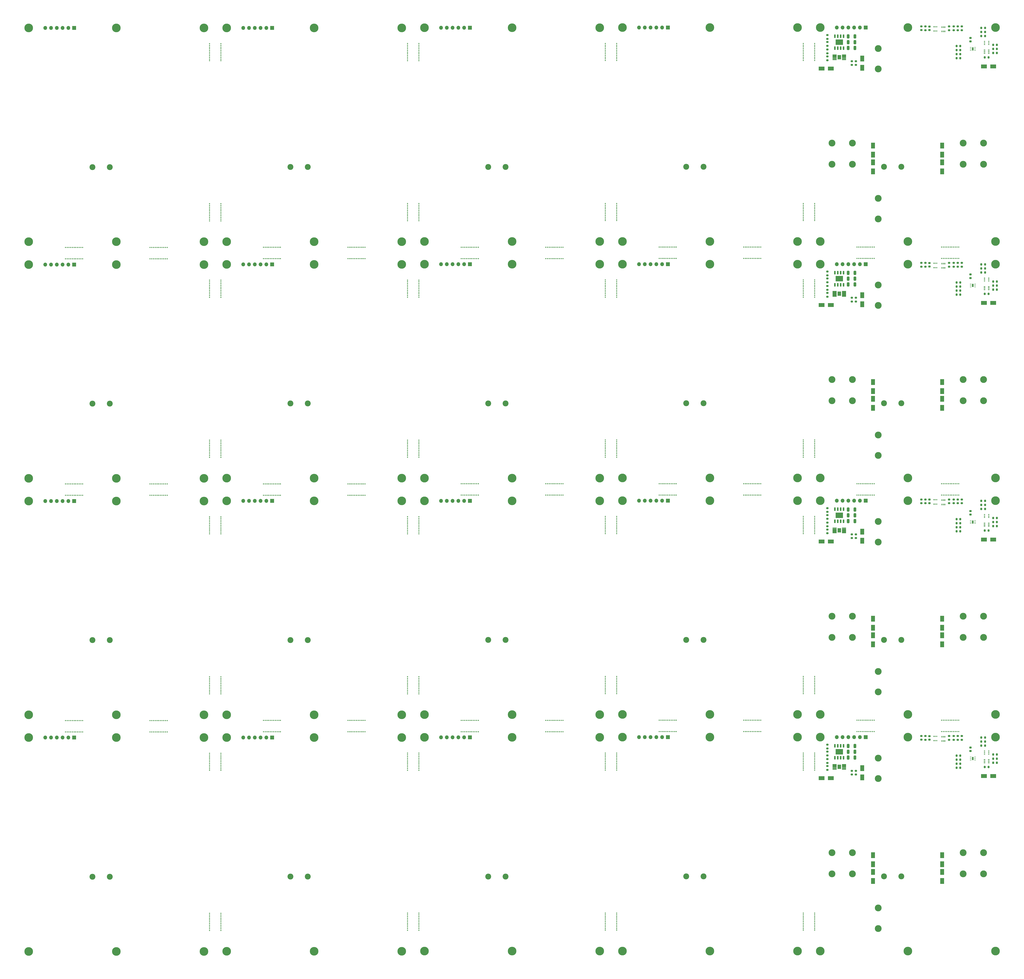
<source format=gbr>
%TF.GenerationSoftware,KiCad,Pcbnew,(6.0.5)*%
%TF.CreationDate,2022-08-17T15:04:12-07:00*%
%TF.ProjectId,X_Y_Panels,585f595f-5061-46e6-956c-732e6b696361,rev?*%
%TF.SameCoordinates,Original*%
%TF.FileFunction,Soldermask,Top*%
%TF.FilePolarity,Negative*%
%FSLAX46Y46*%
G04 Gerber Fmt 4.6, Leading zero omitted, Abs format (unit mm)*
G04 Created by KiCad (PCBNEW (6.0.5)) date 2022-08-17 15:04:12*
%MOMM*%
%LPD*%
G01*
G04 APERTURE LIST*
G04 Aperture macros list*
%AMRoundRect*
0 Rectangle with rounded corners*
0 $1 Rounding radius*
0 $2 $3 $4 $5 $6 $7 $8 $9 X,Y pos of 4 corners*
0 Add a 4 corners polygon primitive as box body*
4,1,4,$2,$3,$4,$5,$6,$7,$8,$9,$2,$3,0*
0 Add four circle primitives for the rounded corners*
1,1,$1+$1,$2,$3*
1,1,$1+$1,$4,$5*
1,1,$1+$1,$6,$7*
1,1,$1+$1,$8,$9*
0 Add four rect primitives between the rounded corners*
20,1,$1+$1,$2,$3,$4,$5,0*
20,1,$1+$1,$4,$5,$6,$7,0*
20,1,$1+$1,$6,$7,$8,$9,0*
20,1,$1+$1,$8,$9,$2,$3,0*%
G04 Aperture macros list end*
%ADD10C,0.010000*%
%ADD11C,3.800000*%
%ADD12C,2.600000*%
%ADD13RoundRect,0.200000X-0.200000X-0.275000X0.200000X-0.275000X0.200000X0.275000X-0.200000X0.275000X0*%
%ADD14RoundRect,0.200000X0.200000X0.275000X-0.200000X0.275000X-0.200000X-0.275000X0.200000X-0.275000X0*%
%ADD15R,1.700000X1.700000*%
%ADD16O,1.700000X1.700000*%
%ADD17RoundRect,0.225000X-0.225000X-0.250000X0.225000X-0.250000X0.225000X0.250000X-0.225000X0.250000X0*%
%ADD18RoundRect,0.200000X0.275000X-0.200000X0.275000X0.200000X-0.275000X0.200000X-0.275000X-0.200000X0*%
%ADD19C,3.000000*%
%ADD20R,0.600000X0.400000*%
%ADD21C,0.500000*%
%ADD22RoundRect,0.225000X0.250000X-0.225000X0.250000X0.225000X-0.250000X0.225000X-0.250000X-0.225000X0*%
%ADD23R,2.500000X1.700000*%
%ADD24R,0.740000X0.270000*%
%ADD25R,0.650000X1.350000*%
%ADD26R,1.700000X2.500000*%
%ADD27R,0.400000X0.600000*%
%ADD28R,0.650000X0.400000*%
%ADD29RoundRect,0.200000X-0.275000X0.200000X-0.275000X-0.200000X0.275000X-0.200000X0.275000X0.200000X0*%
%ADD30RoundRect,0.250000X0.325000X0.650000X-0.325000X0.650000X-0.325000X-0.650000X0.325000X-0.650000X0*%
%ADD31R,0.400000X0.650000*%
%ADD32RoundRect,0.250000X-0.325000X-0.650000X0.325000X-0.650000X0.325000X0.650000X-0.325000X0.650000X0*%
%ADD33RoundRect,0.150000X0.150000X-0.650000X0.150000X0.650000X-0.150000X0.650000X-0.150000X-0.650000X0*%
%ADD34R,3.200000X2.400000*%
%ADD35R,1.570000X1.880000*%
G04 APERTURE END LIST*
%TO.C,U1*%
G36*
X367620000Y-25967000D02*
G01*
X365920000Y-25967000D01*
X365920000Y-25567000D01*
X367620000Y-25567000D01*
X367620000Y-25967000D01*
G37*
D10*
X367620000Y-25967000D02*
X365920000Y-25967000D01*
X365920000Y-25567000D01*
X367620000Y-25567000D01*
X367620000Y-25967000D01*
G36*
X371820000Y-24967000D02*
G01*
X370120000Y-24967000D01*
X370120000Y-24567000D01*
X371820000Y-24567000D01*
X371820000Y-24967000D01*
G37*
X371820000Y-24967000D02*
X370120000Y-24967000D01*
X370120000Y-24567000D01*
X371820000Y-24567000D01*
X371820000Y-24967000D01*
G36*
X367620000Y-24467000D02*
G01*
X365920000Y-24467000D01*
X365920000Y-24067000D01*
X367620000Y-24067000D01*
X367620000Y-24467000D01*
G37*
X367620000Y-24467000D02*
X365920000Y-24467000D01*
X365920000Y-24067000D01*
X367620000Y-24067000D01*
X367620000Y-24467000D01*
G36*
X371820000Y-26467000D02*
G01*
X370120000Y-26467000D01*
X370120000Y-26067000D01*
X371820000Y-26067000D01*
X371820000Y-26467000D01*
G37*
X371820000Y-26467000D02*
X370120000Y-26467000D01*
X370120000Y-26067000D01*
X371820000Y-26067000D01*
X371820000Y-26467000D01*
G36*
X367620000Y-25467000D02*
G01*
X365920000Y-25467000D01*
X365920000Y-25067000D01*
X367620000Y-25067000D01*
X367620000Y-25467000D01*
G37*
X367620000Y-25467000D02*
X365920000Y-25467000D01*
X365920000Y-25067000D01*
X367620000Y-25067000D01*
X367620000Y-25467000D01*
G36*
X371820000Y-24467000D02*
G01*
X370120000Y-24467000D01*
X370120000Y-24067000D01*
X371820000Y-24067000D01*
X371820000Y-24467000D01*
G37*
X371820000Y-24467000D02*
X370120000Y-24467000D01*
X370120000Y-24067000D01*
X371820000Y-24067000D01*
X371820000Y-24467000D01*
G36*
X367620000Y-24967000D02*
G01*
X365920000Y-24967000D01*
X365920000Y-24567000D01*
X367620000Y-24567000D01*
X367620000Y-24967000D01*
G37*
X367620000Y-24967000D02*
X365920000Y-24967000D01*
X365920000Y-24567000D01*
X367620000Y-24567000D01*
X367620000Y-24967000D01*
G36*
X371820000Y-25967000D02*
G01*
X370120000Y-25967000D01*
X370120000Y-25567000D01*
X371820000Y-25567000D01*
X371820000Y-25967000D01*
G37*
X371820000Y-25967000D02*
X370120000Y-25967000D01*
X370120000Y-25567000D01*
X371820000Y-25567000D01*
X371820000Y-25967000D01*
G36*
X371820000Y-25467000D02*
G01*
X370120000Y-25467000D01*
X370120000Y-25067000D01*
X371820000Y-25067000D01*
X371820000Y-25467000D01*
G37*
X371820000Y-25467000D02*
X370120000Y-25467000D01*
X370120000Y-25067000D01*
X371820000Y-25067000D01*
X371820000Y-25467000D01*
G36*
X367620000Y-26467000D02*
G01*
X365920000Y-26467000D01*
X365920000Y-26067000D01*
X367620000Y-26067000D01*
X367620000Y-26467000D01*
G37*
X367620000Y-26467000D02*
X365920000Y-26467000D01*
X365920000Y-26067000D01*
X367620000Y-26067000D01*
X367620000Y-26467000D01*
G36*
X367620000Y-233967000D02*
G01*
X365920000Y-233967000D01*
X365920000Y-233567000D01*
X367620000Y-233567000D01*
X367620000Y-233967000D01*
G37*
X367620000Y-233967000D02*
X365920000Y-233967000D01*
X365920000Y-233567000D01*
X367620000Y-233567000D01*
X367620000Y-233967000D01*
G36*
X371820000Y-232967000D02*
G01*
X370120000Y-232967000D01*
X370120000Y-232567000D01*
X371820000Y-232567000D01*
X371820000Y-232967000D01*
G37*
X371820000Y-232967000D02*
X370120000Y-232967000D01*
X370120000Y-232567000D01*
X371820000Y-232567000D01*
X371820000Y-232967000D01*
G36*
X367620000Y-232467000D02*
G01*
X365920000Y-232467000D01*
X365920000Y-232067000D01*
X367620000Y-232067000D01*
X367620000Y-232467000D01*
G37*
X367620000Y-232467000D02*
X365920000Y-232467000D01*
X365920000Y-232067000D01*
X367620000Y-232067000D01*
X367620000Y-232467000D01*
G36*
X371820000Y-234467000D02*
G01*
X370120000Y-234467000D01*
X370120000Y-234067000D01*
X371820000Y-234067000D01*
X371820000Y-234467000D01*
G37*
X371820000Y-234467000D02*
X370120000Y-234467000D01*
X370120000Y-234067000D01*
X371820000Y-234067000D01*
X371820000Y-234467000D01*
G36*
X367620000Y-233467000D02*
G01*
X365920000Y-233467000D01*
X365920000Y-233067000D01*
X367620000Y-233067000D01*
X367620000Y-233467000D01*
G37*
X367620000Y-233467000D02*
X365920000Y-233467000D01*
X365920000Y-233067000D01*
X367620000Y-233067000D01*
X367620000Y-233467000D01*
G36*
X371820000Y-232467000D02*
G01*
X370120000Y-232467000D01*
X370120000Y-232067000D01*
X371820000Y-232067000D01*
X371820000Y-232467000D01*
G37*
X371820000Y-232467000D02*
X370120000Y-232467000D01*
X370120000Y-232067000D01*
X371820000Y-232067000D01*
X371820000Y-232467000D01*
G36*
X367620000Y-232967000D02*
G01*
X365920000Y-232967000D01*
X365920000Y-232567000D01*
X367620000Y-232567000D01*
X367620000Y-232967000D01*
G37*
X367620000Y-232967000D02*
X365920000Y-232967000D01*
X365920000Y-232567000D01*
X367620000Y-232567000D01*
X367620000Y-232967000D01*
G36*
X371820000Y-233967000D02*
G01*
X370120000Y-233967000D01*
X370120000Y-233567000D01*
X371820000Y-233567000D01*
X371820000Y-233967000D01*
G37*
X371820000Y-233967000D02*
X370120000Y-233967000D01*
X370120000Y-233567000D01*
X371820000Y-233567000D01*
X371820000Y-233967000D01*
G36*
X371820000Y-233467000D02*
G01*
X370120000Y-233467000D01*
X370120000Y-233067000D01*
X371820000Y-233067000D01*
X371820000Y-233467000D01*
G37*
X371820000Y-233467000D02*
X370120000Y-233467000D01*
X370120000Y-233067000D01*
X371820000Y-233067000D01*
X371820000Y-233467000D01*
G36*
X367620000Y-234467000D02*
G01*
X365920000Y-234467000D01*
X365920000Y-234067000D01*
X367620000Y-234067000D01*
X367620000Y-234467000D01*
G37*
X367620000Y-234467000D02*
X365920000Y-234467000D01*
X365920000Y-234067000D01*
X367620000Y-234067000D01*
X367620000Y-234467000D01*
G36*
X367620000Y-129967000D02*
G01*
X365920000Y-129967000D01*
X365920000Y-129567000D01*
X367620000Y-129567000D01*
X367620000Y-129967000D01*
G37*
X367620000Y-129967000D02*
X365920000Y-129967000D01*
X365920000Y-129567000D01*
X367620000Y-129567000D01*
X367620000Y-129967000D01*
G36*
X371820000Y-128967000D02*
G01*
X370120000Y-128967000D01*
X370120000Y-128567000D01*
X371820000Y-128567000D01*
X371820000Y-128967000D01*
G37*
X371820000Y-128967000D02*
X370120000Y-128967000D01*
X370120000Y-128567000D01*
X371820000Y-128567000D01*
X371820000Y-128967000D01*
G36*
X367620000Y-128467000D02*
G01*
X365920000Y-128467000D01*
X365920000Y-128067000D01*
X367620000Y-128067000D01*
X367620000Y-128467000D01*
G37*
X367620000Y-128467000D02*
X365920000Y-128467000D01*
X365920000Y-128067000D01*
X367620000Y-128067000D01*
X367620000Y-128467000D01*
G36*
X371820000Y-130467000D02*
G01*
X370120000Y-130467000D01*
X370120000Y-130067000D01*
X371820000Y-130067000D01*
X371820000Y-130467000D01*
G37*
X371820000Y-130467000D02*
X370120000Y-130467000D01*
X370120000Y-130067000D01*
X371820000Y-130067000D01*
X371820000Y-130467000D01*
G36*
X367620000Y-129467000D02*
G01*
X365920000Y-129467000D01*
X365920000Y-129067000D01*
X367620000Y-129067000D01*
X367620000Y-129467000D01*
G37*
X367620000Y-129467000D02*
X365920000Y-129467000D01*
X365920000Y-129067000D01*
X367620000Y-129067000D01*
X367620000Y-129467000D01*
G36*
X371820000Y-128467000D02*
G01*
X370120000Y-128467000D01*
X370120000Y-128067000D01*
X371820000Y-128067000D01*
X371820000Y-128467000D01*
G37*
X371820000Y-128467000D02*
X370120000Y-128467000D01*
X370120000Y-128067000D01*
X371820000Y-128067000D01*
X371820000Y-128467000D01*
G36*
X367620000Y-128967000D02*
G01*
X365920000Y-128967000D01*
X365920000Y-128567000D01*
X367620000Y-128567000D01*
X367620000Y-128967000D01*
G37*
X367620000Y-128967000D02*
X365920000Y-128967000D01*
X365920000Y-128567000D01*
X367620000Y-128567000D01*
X367620000Y-128967000D01*
G36*
X371820000Y-129967000D02*
G01*
X370120000Y-129967000D01*
X370120000Y-129567000D01*
X371820000Y-129567000D01*
X371820000Y-129967000D01*
G37*
X371820000Y-129967000D02*
X370120000Y-129967000D01*
X370120000Y-129567000D01*
X371820000Y-129567000D01*
X371820000Y-129967000D01*
G36*
X371820000Y-129467000D02*
G01*
X370120000Y-129467000D01*
X370120000Y-129067000D01*
X371820000Y-129067000D01*
X371820000Y-129467000D01*
G37*
X371820000Y-129467000D02*
X370120000Y-129467000D01*
X370120000Y-129067000D01*
X371820000Y-129067000D01*
X371820000Y-129467000D01*
G36*
X367620000Y-130467000D02*
G01*
X365920000Y-130467000D01*
X365920000Y-130067000D01*
X367620000Y-130067000D01*
X367620000Y-130467000D01*
G37*
X367620000Y-130467000D02*
X365920000Y-130467000D01*
X365920000Y-130067000D01*
X367620000Y-130067000D01*
X367620000Y-130467000D01*
G36*
X367620000Y-337967000D02*
G01*
X365920000Y-337967000D01*
X365920000Y-337567000D01*
X367620000Y-337567000D01*
X367620000Y-337967000D01*
G37*
X367620000Y-337967000D02*
X365920000Y-337967000D01*
X365920000Y-337567000D01*
X367620000Y-337567000D01*
X367620000Y-337967000D01*
G36*
X371820000Y-336967000D02*
G01*
X370120000Y-336967000D01*
X370120000Y-336567000D01*
X371820000Y-336567000D01*
X371820000Y-336967000D01*
G37*
X371820000Y-336967000D02*
X370120000Y-336967000D01*
X370120000Y-336567000D01*
X371820000Y-336567000D01*
X371820000Y-336967000D01*
G36*
X367620000Y-336467000D02*
G01*
X365920000Y-336467000D01*
X365920000Y-336067000D01*
X367620000Y-336067000D01*
X367620000Y-336467000D01*
G37*
X367620000Y-336467000D02*
X365920000Y-336467000D01*
X365920000Y-336067000D01*
X367620000Y-336067000D01*
X367620000Y-336467000D01*
G36*
X371820000Y-338467000D02*
G01*
X370120000Y-338467000D01*
X370120000Y-338067000D01*
X371820000Y-338067000D01*
X371820000Y-338467000D01*
G37*
X371820000Y-338467000D02*
X370120000Y-338467000D01*
X370120000Y-338067000D01*
X371820000Y-338067000D01*
X371820000Y-338467000D01*
G36*
X367620000Y-337467000D02*
G01*
X365920000Y-337467000D01*
X365920000Y-337067000D01*
X367620000Y-337067000D01*
X367620000Y-337467000D01*
G37*
X367620000Y-337467000D02*
X365920000Y-337467000D01*
X365920000Y-337067000D01*
X367620000Y-337067000D01*
X367620000Y-337467000D01*
G36*
X371820000Y-336467000D02*
G01*
X370120000Y-336467000D01*
X370120000Y-336067000D01*
X371820000Y-336067000D01*
X371820000Y-336467000D01*
G37*
X371820000Y-336467000D02*
X370120000Y-336467000D01*
X370120000Y-336067000D01*
X371820000Y-336067000D01*
X371820000Y-336467000D01*
G36*
X367620000Y-336967000D02*
G01*
X365920000Y-336967000D01*
X365920000Y-336567000D01*
X367620000Y-336567000D01*
X367620000Y-336967000D01*
G37*
X367620000Y-336967000D02*
X365920000Y-336967000D01*
X365920000Y-336567000D01*
X367620000Y-336567000D01*
X367620000Y-336967000D01*
G36*
X371820000Y-337967000D02*
G01*
X370120000Y-337967000D01*
X370120000Y-337567000D01*
X371820000Y-337567000D01*
X371820000Y-337967000D01*
G37*
X371820000Y-337967000D02*
X370120000Y-337967000D01*
X370120000Y-337567000D01*
X371820000Y-337567000D01*
X371820000Y-337967000D01*
G36*
X371820000Y-337467000D02*
G01*
X370120000Y-337467000D01*
X370120000Y-337067000D01*
X371820000Y-337067000D01*
X371820000Y-337467000D01*
G37*
X371820000Y-337467000D02*
X370120000Y-337467000D01*
X370120000Y-337067000D01*
X371820000Y-337067000D01*
X371820000Y-337467000D01*
G36*
X367620000Y-338467000D02*
G01*
X365920000Y-338467000D01*
X365920000Y-338067000D01*
X367620000Y-338067000D01*
X367620000Y-338467000D01*
G37*
X367620000Y-338467000D02*
X365920000Y-338467000D01*
X365920000Y-338067000D01*
X367620000Y-338067000D01*
X367620000Y-338467000D01*
%TD*%
D11*
%TO.C,H29*%
X399036000Y-314259997D03*
D12*
X399036000Y-314259997D03*
%TD*%
D13*
%TO.C,R14*%
X431325000Y-14138000D03*
X432975000Y-14138000D03*
%TD*%
D14*
%TO.C,R20*%
X422083000Y-23912000D03*
X420433000Y-23912000D03*
%TD*%
D12*
%TO.C,TP5*%
X388582000Y-177429998D03*
X396202000Y-177429998D03*
%TD*%
D15*
%TO.C,J3*%
X119546000Y-324359999D03*
D16*
X117006000Y-324359999D03*
X114466000Y-324359999D03*
X111926000Y-324359999D03*
X109386000Y-324359999D03*
X106846000Y-324359999D03*
%TD*%
D17*
%TO.C,C2*%
X436575000Y-335438000D03*
X438125000Y-335438000D03*
%TD*%
D11*
%TO.C,H10*%
X99546000Y-314359999D03*
D12*
X99546000Y-314359999D03*
%TD*%
D18*
%TO.C,R2*%
X417194000Y-117370000D03*
X417194000Y-115720000D03*
%TD*%
D15*
%TO.C,J3*%
X119546000Y-220359999D03*
D16*
X117006000Y-220359999D03*
X114466000Y-220359999D03*
X111926000Y-220359999D03*
X109386000Y-220359999D03*
X106846000Y-220359999D03*
%TD*%
D18*
%TO.C,R6*%
X405000000Y-221360000D03*
X405000000Y-219710000D03*
%TD*%
%TO.C,R11*%
X363625000Y-17185000D03*
X363625000Y-15535000D03*
%TD*%
D12*
%TO.C,H26*%
X399036000Y-324259997D03*
D11*
X399036000Y-324259997D03*
%TD*%
D12*
%TO.C,TP3*%
X214586000Y-281479999D03*
X222206000Y-281479999D03*
%TD*%
D19*
%TO.C,SC1*%
X374662000Y-271014000D03*
X365662000Y-271014000D03*
%TD*%
D20*
%TO.C,Q3*%
X434625000Y-123635000D03*
X434625000Y-122985000D03*
X434625000Y-122335000D03*
X432725000Y-122335000D03*
X432725000Y-122985000D03*
X432725000Y-123635000D03*
%TD*%
D14*
%TO.C,R12*%
X432975000Y-324360000D03*
X431325000Y-324360000D03*
%TD*%
D21*
%TO.C,mouse-bite-8*%
X184046000Y-409139999D03*
X179046000Y-406139999D03*
X179046000Y-405389999D03*
X179046000Y-408389999D03*
X184046000Y-406139999D03*
X184046000Y-402389999D03*
X179046000Y-404639999D03*
X184046000Y-405389999D03*
X179046000Y-403889999D03*
X179046000Y-402389999D03*
X184046000Y-408389999D03*
X179046000Y-401639999D03*
X179046000Y-409139999D03*
X184046000Y-406889999D03*
X179046000Y-407639999D03*
X179046000Y-406889999D03*
X179046000Y-408389999D03*
X184046000Y-407639999D03*
X184046000Y-403139999D03*
X184046000Y-404639999D03*
X184046000Y-401639999D03*
X184046000Y-403889999D03*
X184046000Y-408389999D03*
X179046000Y-403139999D03*
%TD*%
%TO.C,mouse-bite-3*%
X358040000Y-129969998D03*
X353040000Y-129969998D03*
X358040000Y-126219998D03*
X358040000Y-124719998D03*
X353040000Y-127719998D03*
X353040000Y-123219998D03*
X358040000Y-130719998D03*
X358040000Y-126969998D03*
X358040000Y-129219998D03*
X358040000Y-123219998D03*
X358040000Y-123969998D03*
X358040000Y-127719998D03*
X353040000Y-129219998D03*
X353040000Y-123969998D03*
X353040000Y-124719998D03*
X353040000Y-128469998D03*
X353040000Y-126219998D03*
X358040000Y-128469998D03*
X353040000Y-125469998D03*
X353040000Y-126969998D03*
X353040000Y-129969998D03*
X353040000Y-130719998D03*
X358040000Y-129969998D03*
X358040000Y-125469998D03*
%TD*%
D15*
%TO.C,J3*%
X119546000Y-12359999D03*
D16*
X117006000Y-12359999D03*
X114466000Y-12359999D03*
X111926000Y-12359999D03*
X109386000Y-12359999D03*
X106846000Y-12359999D03*
%TD*%
D18*
%TO.C,R11*%
X363625000Y-329185000D03*
X363625000Y-327535000D03*
%TD*%
D14*
%TO.C,R15*%
X432975000Y-327916000D03*
X431325000Y-327916000D03*
%TD*%
D15*
%TO.C,J6*%
X380536000Y-324259997D03*
D16*
X377996000Y-324259997D03*
X375456000Y-324259997D03*
X372916000Y-324259997D03*
X370376000Y-324259997D03*
X367836000Y-324259997D03*
%TD*%
D21*
%TO.C,mouse-bite-11*%
X296478000Y-217759997D03*
X291978000Y-217759997D03*
X290478000Y-212759997D03*
X294228000Y-212759997D03*
X292728000Y-212759997D03*
X293478000Y-217759997D03*
X291228000Y-212759997D03*
X292728000Y-217759997D03*
X296478000Y-212759997D03*
X291978000Y-212759997D03*
X297228000Y-212759997D03*
X294978000Y-212759997D03*
X289728000Y-217759997D03*
X294978000Y-217759997D03*
X289728000Y-212759997D03*
X293478000Y-212759997D03*
X295728000Y-217759997D03*
X297228000Y-217759997D03*
X296478000Y-217759997D03*
X295728000Y-212759997D03*
X290478000Y-217759997D03*
X291228000Y-217759997D03*
X296478000Y-212759997D03*
X294228000Y-217759997D03*
%TD*%
D13*
%TO.C,R14*%
X431325000Y-222138000D03*
X432975000Y-222138000D03*
%TD*%
D11*
%TO.C,H10*%
X99546000Y-210359999D03*
D12*
X99546000Y-210359999D03*
%TD*%
D11*
%TO.C,H30*%
X437536000Y-418259997D03*
D12*
X437536000Y-418259997D03*
%TD*%
D22*
%TO.C,C6*%
X426592000Y-18337000D03*
X426592000Y-16787000D03*
%TD*%
D12*
%TO.C,H25*%
X360536000Y-324259997D03*
D11*
X360536000Y-324259997D03*
%TD*%
D19*
%TO.C,SC3*%
X385970000Y-96340000D03*
X385970000Y-87340000D03*
%TD*%
D12*
%TO.C,H28*%
X360536000Y-314259997D03*
D11*
X360536000Y-314259997D03*
%TD*%
%TO.C,H5*%
X51050000Y-314410000D03*
D12*
X51050000Y-314410000D03*
%TD*%
D23*
%TO.C,D6*%
X432530000Y-133320000D03*
X436530000Y-133320000D03*
%TD*%
D11*
%TO.C,H13*%
X186542000Y-220309998D03*
D12*
X186542000Y-220309998D03*
%TD*%
D24*
%TO.C,U3*%
X426613000Y-20976000D03*
X426613000Y-21626000D03*
X426613000Y-22276000D03*
X428603000Y-22276000D03*
X428603000Y-21626000D03*
X428603000Y-20976000D03*
D25*
X427608000Y-21626000D03*
%TD*%
D12*
%TO.C,H14*%
X225042000Y-12309998D03*
D11*
X225042000Y-12309998D03*
%TD*%
D26*
%TO.C,D5*%
X378960000Y-341890000D03*
X378960000Y-337890000D03*
%TD*%
D11*
%TO.C,H23*%
X312038000Y-314259997D03*
D12*
X312038000Y-314259997D03*
%TD*%
%TO.C,TP4*%
X301582000Y-281429998D03*
X309202000Y-281429998D03*
%TD*%
D27*
%TO.C,Q1*%
X410448000Y-221760000D03*
X411098000Y-221760000D03*
X411748000Y-221760000D03*
X411748000Y-219860000D03*
X411098000Y-219860000D03*
X410448000Y-219860000D03*
%TD*%
D22*
%TO.C,C6*%
X426592000Y-122337000D03*
X426592000Y-120787000D03*
%TD*%
D11*
%TO.C,H7*%
X99546000Y-220359999D03*
D12*
X99546000Y-220359999D03*
%TD*%
D11*
%TO.C,H18*%
X263542000Y-210309998D03*
D12*
X263542000Y-210309998D03*
%TD*%
D24*
%TO.C,U3*%
X426613000Y-228976000D03*
X426613000Y-229626000D03*
X426613000Y-230276000D03*
X428603000Y-230276000D03*
X428603000Y-229626000D03*
X428603000Y-228976000D03*
D25*
X427608000Y-229626000D03*
%TD*%
D12*
%TO.C,H16*%
X186542000Y-210309998D03*
D11*
X186542000Y-210309998D03*
%TD*%
D27*
%TO.C,Q1*%
X410448000Y-325760000D03*
X411098000Y-325760000D03*
X411748000Y-325760000D03*
X411748000Y-323860000D03*
X411098000Y-323860000D03*
X410448000Y-323860000D03*
%TD*%
D12*
%TO.C,H24*%
X350538000Y-210259997D03*
D11*
X350538000Y-210259997D03*
%TD*%
D12*
%TO.C,H26*%
X399036000Y-116259997D03*
D11*
X399036000Y-116259997D03*
%TD*%
D28*
%TO.C,Q4*%
X434625000Y-335445000D03*
X434625000Y-334795000D03*
X434625000Y-334145000D03*
X432725000Y-334145000D03*
X432725000Y-334795000D03*
X432725000Y-335445000D03*
%TD*%
D29*
%TO.C,R4*%
X422782000Y-11720000D03*
X422782000Y-13370000D03*
%TD*%
D21*
%TO.C,mouse-bite-17*%
X115736000Y-217859999D03*
X117986000Y-212859999D03*
X120236000Y-212859999D03*
X122486000Y-212859999D03*
X122486000Y-217859999D03*
X115736000Y-212859999D03*
X119486000Y-217859999D03*
X120236000Y-217859999D03*
X120986000Y-217859999D03*
X121736000Y-212859999D03*
X117236000Y-217859999D03*
X123236000Y-212859999D03*
X116486000Y-217859999D03*
X120986000Y-212859999D03*
X118736000Y-217859999D03*
X116486000Y-212859999D03*
X118736000Y-212859999D03*
X123236000Y-217859999D03*
X121736000Y-217859999D03*
X117986000Y-217859999D03*
X117236000Y-212859999D03*
X119486000Y-212859999D03*
X122486000Y-217859999D03*
X122486000Y-212859999D03*
%TD*%
D12*
%TO.C,H9*%
X176546000Y-12359999D03*
D11*
X176546000Y-12359999D03*
%TD*%
D30*
%TO.C,C5*%
X375750000Y-16110000D03*
X372800000Y-16110000D03*
%TD*%
D19*
%TO.C,SC3*%
X385970000Y-408340000D03*
X385970000Y-399340000D03*
%TD*%
D12*
%TO.C,H24*%
X350538000Y-106259997D03*
D11*
X350538000Y-106259997D03*
%TD*%
D31*
%TO.C,Q2*%
X415325000Y-116010000D03*
X414675000Y-116010000D03*
X414025000Y-116010000D03*
X414025000Y-117910000D03*
X414675000Y-117910000D03*
X415325000Y-117910000D03*
%TD*%
D12*
%TO.C,H4*%
X12550000Y-106410000D03*
D11*
X12550000Y-106410000D03*
%TD*%
D21*
%TO.C,mouse-bite-14*%
X421386000Y-217759997D03*
X420636000Y-212759997D03*
X413886000Y-217759997D03*
X417636000Y-217759997D03*
X416136000Y-212759997D03*
X415386000Y-217759997D03*
X416886000Y-217759997D03*
X420636000Y-217759997D03*
X416136000Y-217759997D03*
X413886000Y-212759997D03*
X416886000Y-212759997D03*
X415386000Y-212759997D03*
X420636000Y-212759997D03*
X418386000Y-212759997D03*
X420636000Y-217759997D03*
X419136000Y-217759997D03*
X414636000Y-217759997D03*
X419136000Y-212759997D03*
X419886000Y-217759997D03*
X417636000Y-212759997D03*
X419886000Y-212759997D03*
X414636000Y-212759997D03*
X418386000Y-217759997D03*
X421386000Y-212759997D03*
%TD*%
D11*
%TO.C,H30*%
X437536000Y-106259997D03*
D12*
X437536000Y-106259997D03*
%TD*%
%TO.C,H11*%
X138046000Y-210359999D03*
D11*
X138046000Y-210359999D03*
%TD*%
D21*
%TO.C,mouse-bite-7*%
X92050000Y-408440000D03*
X97050000Y-405440000D03*
X92050000Y-406940000D03*
X97050000Y-401690000D03*
X92050000Y-406190000D03*
X97050000Y-403190000D03*
X92050000Y-409190000D03*
X92050000Y-403940000D03*
X97050000Y-409190000D03*
X97050000Y-404690000D03*
X97050000Y-402440000D03*
X97050000Y-407690000D03*
X97050000Y-408440000D03*
X92050000Y-408440000D03*
X92050000Y-402440000D03*
X92050000Y-405440000D03*
X97050000Y-408440000D03*
X92050000Y-403190000D03*
X97050000Y-406940000D03*
X97050000Y-406190000D03*
X92050000Y-401690000D03*
X97050000Y-403940000D03*
X92050000Y-407690000D03*
X92050000Y-404690000D03*
%TD*%
D12*
%TO.C,H16*%
X186542000Y-106309998D03*
D11*
X186542000Y-106309998D03*
%TD*%
D21*
%TO.C,mouse-bite-15*%
X33240000Y-316910000D03*
X33240000Y-321910000D03*
X32490000Y-316910000D03*
X35490000Y-316910000D03*
X30990000Y-321910000D03*
X33990000Y-321910000D03*
X33990000Y-316910000D03*
X32490000Y-321910000D03*
X35490000Y-321910000D03*
X29490000Y-316910000D03*
X34740000Y-316910000D03*
X31740000Y-316910000D03*
X30990000Y-316910000D03*
X28740000Y-316910000D03*
X31740000Y-321910000D03*
X36240000Y-316910000D03*
X34740000Y-321910000D03*
X36240000Y-321910000D03*
X35490000Y-321910000D03*
X30240000Y-321910000D03*
X30240000Y-316910000D03*
X35490000Y-316910000D03*
X29490000Y-321910000D03*
X28740000Y-321910000D03*
%TD*%
D32*
%TO.C,C3*%
X372800000Y-125185000D03*
X375750000Y-125185000D03*
%TD*%
D22*
%TO.C,C1*%
X408558000Y-117320000D03*
X408558000Y-115770000D03*
%TD*%
D32*
%TO.C,C3*%
X372800000Y-21185000D03*
X375750000Y-21185000D03*
%TD*%
D20*
%TO.C,Q3*%
X434625000Y-19635000D03*
X434625000Y-18985000D03*
X434625000Y-18335000D03*
X432725000Y-18335000D03*
X432725000Y-18985000D03*
X432725000Y-19635000D03*
%TD*%
D19*
%TO.C,SC6*%
X432320000Y-167014000D03*
X423320000Y-167014000D03*
%TD*%
D11*
%TO.C,H6*%
X89550000Y-106410000D03*
D12*
X89550000Y-106410000D03*
%TD*%
D13*
%TO.C,R22*%
X420433000Y-228356000D03*
X422083000Y-228356000D03*
%TD*%
D12*
%TO.C,TP5*%
X388582000Y-385429998D03*
X396202000Y-385429998D03*
%TD*%
%TO.C,H27*%
X437536000Y-324259997D03*
D11*
X437536000Y-324259997D03*
%TD*%
D12*
%TO.C,TP2*%
X127590000Y-281530000D03*
X135210000Y-281530000D03*
%TD*%
D19*
%TO.C,SC2*%
X365662000Y-72320000D03*
X374662000Y-72320000D03*
%TD*%
D11*
%TO.C,H17*%
X225042000Y-106309998D03*
D12*
X225042000Y-106309998D03*
%TD*%
%TO.C,H3*%
X89550000Y-220410000D03*
D11*
X89550000Y-220410000D03*
%TD*%
D21*
%TO.C,mouse-bite-13*%
X383476000Y-212759997D03*
X384226000Y-212759997D03*
X383476000Y-217759997D03*
X382726000Y-217759997D03*
X380476000Y-217759997D03*
X377476000Y-217759997D03*
X381976000Y-217759997D03*
X380476000Y-212759997D03*
X383476000Y-217759997D03*
X378226000Y-212759997D03*
X381226000Y-212759997D03*
X376726000Y-212759997D03*
X379726000Y-217759997D03*
X379726000Y-212759997D03*
X376726000Y-217759997D03*
X382726000Y-212759997D03*
X381976000Y-212759997D03*
X378976000Y-217759997D03*
X381226000Y-217759997D03*
X378226000Y-217759997D03*
X377476000Y-212759997D03*
X383476000Y-212759997D03*
X378976000Y-212759997D03*
X384226000Y-217759997D03*
%TD*%
D29*
%TO.C,R18*%
X376200000Y-339035000D03*
X376200000Y-340685000D03*
%TD*%
D21*
%TO.C,mouse-bite-8*%
X184046000Y-305139999D03*
X179046000Y-302139999D03*
X179046000Y-301389999D03*
X179046000Y-304389999D03*
X184046000Y-302139999D03*
X184046000Y-298389999D03*
X179046000Y-300639999D03*
X184046000Y-301389999D03*
X179046000Y-299889999D03*
X179046000Y-298389999D03*
X184046000Y-304389999D03*
X179046000Y-297639999D03*
X179046000Y-305139999D03*
X184046000Y-302889999D03*
X179046000Y-303639999D03*
X179046000Y-302889999D03*
X179046000Y-304389999D03*
X184046000Y-303639999D03*
X184046000Y-299139999D03*
X184046000Y-300639999D03*
X184046000Y-297639999D03*
X184046000Y-299889999D03*
X184046000Y-304389999D03*
X179046000Y-299139999D03*
%TD*%
%TO.C,mouse-bite-14*%
X421386000Y-321759997D03*
X420636000Y-316759997D03*
X413886000Y-321759997D03*
X417636000Y-321759997D03*
X416136000Y-316759997D03*
X415386000Y-321759997D03*
X416886000Y-321759997D03*
X420636000Y-321759997D03*
X416136000Y-321759997D03*
X413886000Y-316759997D03*
X416886000Y-316759997D03*
X415386000Y-316759997D03*
X420636000Y-316759997D03*
X418386000Y-316759997D03*
X420636000Y-321759997D03*
X419136000Y-321759997D03*
X414636000Y-321759997D03*
X419136000Y-316759997D03*
X419886000Y-321759997D03*
X417636000Y-316759997D03*
X419886000Y-316759997D03*
X414636000Y-316759997D03*
X418386000Y-321759997D03*
X421386000Y-316759997D03*
%TD*%
D33*
%TO.C,U2*%
X366965000Y-229313000D03*
X368235000Y-229313000D03*
X369505000Y-229313000D03*
X370775000Y-229313000D03*
X370775000Y-224013000D03*
X369505000Y-224013000D03*
X368235000Y-224013000D03*
X366965000Y-224013000D03*
D34*
X368870000Y-226663000D03*
%TD*%
D21*
%TO.C,mouse-bite-2*%
X266042000Y-25969998D03*
X266042000Y-22219998D03*
X266042000Y-20719998D03*
X271042000Y-22969998D03*
X266042000Y-22969998D03*
X271042000Y-23719998D03*
X271042000Y-25969998D03*
X266042000Y-26719998D03*
X266042000Y-25969998D03*
X266042000Y-19969998D03*
X266042000Y-19219998D03*
X271042000Y-21469998D03*
X271042000Y-19219998D03*
X271042000Y-26719998D03*
X271042000Y-22219998D03*
X266042000Y-21469998D03*
X271042000Y-24469998D03*
X266042000Y-25219998D03*
X271042000Y-20719998D03*
X271042000Y-19969998D03*
X266042000Y-24469998D03*
X266042000Y-23719998D03*
X271042000Y-25219998D03*
X271042000Y-25969998D03*
%TD*%
D14*
%TO.C,R12*%
X432975000Y-12360000D03*
X431325000Y-12360000D03*
%TD*%
D21*
%TO.C,mouse-bite-2*%
X266042000Y-337969998D03*
X266042000Y-334219998D03*
X266042000Y-332719998D03*
X271042000Y-334969998D03*
X266042000Y-334969998D03*
X271042000Y-335719998D03*
X271042000Y-337969998D03*
X266042000Y-338719998D03*
X266042000Y-337969998D03*
X266042000Y-331969998D03*
X266042000Y-331219998D03*
X271042000Y-333469998D03*
X271042000Y-331219998D03*
X271042000Y-338719998D03*
X271042000Y-334219998D03*
X266042000Y-333469998D03*
X271042000Y-336469998D03*
X266042000Y-337219998D03*
X271042000Y-332719998D03*
X271042000Y-331969998D03*
X266042000Y-336469998D03*
X266042000Y-335719998D03*
X271042000Y-337219998D03*
X271042000Y-337969998D03*
%TD*%
D29*
%TO.C,R8*%
X363625000Y-229885000D03*
X363625000Y-231535000D03*
%TD*%
D12*
%TO.C,H4*%
X12550000Y-418410000D03*
D11*
X12550000Y-418410000D03*
%TD*%
D13*
%TO.C,R22*%
X420433000Y-124356000D03*
X422083000Y-124356000D03*
%TD*%
D26*
%TO.C,D3*%
X383720000Y-376110000D03*
X383720000Y-380110000D03*
%TD*%
D31*
%TO.C,Q2*%
X415325000Y-220010000D03*
X414675000Y-220010000D03*
X414025000Y-220010000D03*
X414025000Y-221910000D03*
X414675000Y-221910000D03*
X415325000Y-221910000D03*
%TD*%
D26*
%TO.C,D4*%
X383700000Y-383450000D03*
X383700000Y-387450000D03*
%TD*%
D11*
%TO.C,H18*%
X263542000Y-106309998D03*
D12*
X263542000Y-106309998D03*
%TD*%
%TO.C,H22*%
X273538000Y-210259997D03*
D11*
X273538000Y-210259997D03*
%TD*%
%TO.C,H20*%
X312038000Y-12259997D03*
D12*
X312038000Y-12259997D03*
%TD*%
D15*
%TO.C,J4*%
X206542000Y-12309998D03*
D16*
X204002000Y-12309998D03*
X201462000Y-12309998D03*
X198922000Y-12309998D03*
X196382000Y-12309998D03*
X193842000Y-12309998D03*
%TD*%
D18*
%TO.C,R5*%
X406780000Y-13370000D03*
X406780000Y-11720000D03*
%TD*%
%TO.C,R3*%
X421004000Y-221370000D03*
X421004000Y-219720000D03*
%TD*%
D14*
%TO.C,R15*%
X432975000Y-119916000D03*
X431325000Y-119916000D03*
%TD*%
D33*
%TO.C,U2*%
X366965000Y-21313000D03*
X368235000Y-21313000D03*
X369505000Y-21313000D03*
X370775000Y-21313000D03*
X370775000Y-16013000D03*
X369505000Y-16013000D03*
X368235000Y-16013000D03*
X366965000Y-16013000D03*
D34*
X368870000Y-18663000D03*
%TD*%
D21*
%TO.C,mouse-bite-14*%
X421386000Y-113759997D03*
X420636000Y-108759997D03*
X413886000Y-113759997D03*
X417636000Y-113759997D03*
X416136000Y-108759997D03*
X415386000Y-113759997D03*
X416886000Y-113759997D03*
X420636000Y-113759997D03*
X416136000Y-113759997D03*
X413886000Y-108759997D03*
X416886000Y-108759997D03*
X415386000Y-108759997D03*
X420636000Y-108759997D03*
X418386000Y-108759997D03*
X420636000Y-113759997D03*
X419136000Y-113759997D03*
X414636000Y-113759997D03*
X419136000Y-108759997D03*
X419886000Y-113759997D03*
X417636000Y-108759997D03*
X419886000Y-108759997D03*
X414636000Y-108759997D03*
X418386000Y-113759997D03*
X421386000Y-108759997D03*
%TD*%
D19*
%TO.C,SC1*%
X374662000Y-167014000D03*
X365662000Y-167014000D03*
%TD*%
D12*
%TO.C,TP4*%
X301582000Y-385429998D03*
X309202000Y-385429998D03*
%TD*%
%TO.C,H3*%
X89550000Y-12410000D03*
D11*
X89550000Y-12410000D03*
%TD*%
D19*
%TO.C,SC5*%
X423320000Y-280320000D03*
X432320000Y-280320000D03*
%TD*%
D12*
%TO.C,TP1*%
X40594000Y-385580001D03*
X48214000Y-385580001D03*
%TD*%
D21*
%TO.C,mouse-bite-3*%
X358040000Y-233969998D03*
X353040000Y-233969998D03*
X358040000Y-230219998D03*
X358040000Y-228719998D03*
X353040000Y-231719998D03*
X353040000Y-227219998D03*
X358040000Y-234719998D03*
X358040000Y-230969998D03*
X358040000Y-233219998D03*
X358040000Y-227219998D03*
X358040000Y-227969998D03*
X358040000Y-231719998D03*
X353040000Y-233219998D03*
X353040000Y-227969998D03*
X353040000Y-228719998D03*
X353040000Y-232469998D03*
X353040000Y-230219998D03*
X358040000Y-232469998D03*
X353040000Y-229469998D03*
X353040000Y-230969998D03*
X353040000Y-233969998D03*
X353040000Y-234719998D03*
X358040000Y-233969998D03*
X358040000Y-229469998D03*
%TD*%
D12*
%TO.C,H22*%
X273538000Y-314259997D03*
D11*
X273538000Y-314259997D03*
%TD*%
D18*
%TO.C,R3*%
X421004000Y-13370000D03*
X421004000Y-11720000D03*
%TD*%
D19*
%TO.C,SC6*%
X432320000Y-375014000D03*
X423320000Y-375014000D03*
%TD*%
D12*
%TO.C,H12*%
X176546000Y-314359999D03*
D11*
X176546000Y-314359999D03*
%TD*%
D14*
%TO.C,R20*%
X422083000Y-127912000D03*
X420433000Y-127912000D03*
%TD*%
D32*
%TO.C,C4*%
X372800000Y-330645000D03*
X375750000Y-330645000D03*
%TD*%
D15*
%TO.C,J1*%
X32550000Y-324410000D03*
D16*
X30010000Y-324410000D03*
X27470000Y-324410000D03*
X24930000Y-324410000D03*
X22390000Y-324410000D03*
X19850000Y-324410000D03*
%TD*%
D29*
%TO.C,R1*%
X419226000Y-323720000D03*
X419226000Y-325370000D03*
%TD*%
D23*
%TO.C,D6*%
X432530000Y-29320000D03*
X436530000Y-29320000D03*
%TD*%
D28*
%TO.C,Q4*%
X434625000Y-231445000D03*
X434625000Y-230795000D03*
X434625000Y-230145000D03*
X432725000Y-230145000D03*
X432725000Y-230795000D03*
X432725000Y-231445000D03*
%TD*%
D13*
%TO.C,R16*%
X436525000Y-229660000D03*
X438175000Y-229660000D03*
%TD*%
D11*
%TO.C,H2*%
X51050000Y-12410000D03*
D12*
X51050000Y-12410000D03*
%TD*%
D11*
%TO.C,H6*%
X89550000Y-210410000D03*
D12*
X89550000Y-210410000D03*
%TD*%
D11*
%TO.C,H30*%
X437536000Y-314259997D03*
D12*
X437536000Y-314259997D03*
%TD*%
%TO.C,H15*%
X263542000Y-12309998D03*
D11*
X263542000Y-12309998D03*
%TD*%
D26*
%TO.C,D7*%
X414146000Y-283450000D03*
X414146000Y-279450000D03*
%TD*%
D11*
%TO.C,H10*%
X99546000Y-106359999D03*
D12*
X99546000Y-106359999D03*
%TD*%
D18*
%TO.C,R6*%
X405000000Y-325360000D03*
X405000000Y-323710000D03*
%TD*%
D26*
%TO.C,D1*%
X414146000Y-68110000D03*
X414146000Y-64110000D03*
%TD*%
D12*
%TO.C,H1*%
X12550000Y-12410000D03*
D11*
X12550000Y-12410000D03*
%TD*%
D23*
%TO.C,D2*%
X365150000Y-238235000D03*
X361150000Y-238235000D03*
%TD*%
D14*
%TO.C,R13*%
X434500000Y-233335000D03*
X432850000Y-233335000D03*
%TD*%
D11*
%TO.C,H29*%
X399036000Y-418259997D03*
D12*
X399036000Y-418259997D03*
%TD*%
D21*
%TO.C,mouse-bite-6*%
X358040000Y-403089998D03*
X353040000Y-409089998D03*
X358040000Y-402339998D03*
X358040000Y-403839998D03*
X353040000Y-406839998D03*
X353040000Y-403839998D03*
X358040000Y-405339998D03*
X358040000Y-406839998D03*
X358040000Y-406089998D03*
X353040000Y-401589998D03*
X358040000Y-408339998D03*
X358040000Y-408339998D03*
X358040000Y-409089998D03*
X353040000Y-404589998D03*
X353040000Y-406089998D03*
X353040000Y-403089998D03*
X353040000Y-408339998D03*
X353040000Y-402339998D03*
X358040000Y-401589998D03*
X358040000Y-407589998D03*
X353040000Y-408339998D03*
X353040000Y-407589998D03*
X353040000Y-405339998D03*
X358040000Y-404589998D03*
%TD*%
D12*
%TO.C,H11*%
X138046000Y-314359999D03*
D11*
X138046000Y-314359999D03*
%TD*%
D12*
%TO.C,TP3*%
X214586000Y-385479999D03*
X222206000Y-385479999D03*
%TD*%
D11*
%TO.C,H13*%
X186542000Y-324309998D03*
D12*
X186542000Y-324309998D03*
%TD*%
D18*
%TO.C,R10*%
X363625000Y-20233000D03*
X363625000Y-18583000D03*
%TD*%
D12*
%TO.C,H16*%
X186542000Y-418309998D03*
D11*
X186542000Y-418309998D03*
%TD*%
D12*
%TO.C,H9*%
X176546000Y-116359999D03*
D11*
X176546000Y-116359999D03*
%TD*%
D21*
%TO.C,mouse-bite-8*%
X184046000Y-201139999D03*
X179046000Y-198139999D03*
X179046000Y-197389999D03*
X179046000Y-200389999D03*
X184046000Y-198139999D03*
X184046000Y-194389999D03*
X179046000Y-196639999D03*
X184046000Y-197389999D03*
X179046000Y-195889999D03*
X179046000Y-194389999D03*
X184046000Y-200389999D03*
X179046000Y-193639999D03*
X179046000Y-201139999D03*
X184046000Y-198889999D03*
X179046000Y-199639999D03*
X179046000Y-198889999D03*
X179046000Y-200389999D03*
X184046000Y-199639999D03*
X184046000Y-195139999D03*
X184046000Y-196639999D03*
X184046000Y-193639999D03*
X184046000Y-195889999D03*
X184046000Y-200389999D03*
X179046000Y-195139999D03*
%TD*%
%TO.C,mouse-bite-12*%
X332888000Y-212759997D03*
X332138000Y-217759997D03*
X331388000Y-217759997D03*
X326888000Y-217759997D03*
X329138000Y-212759997D03*
X330638000Y-217759997D03*
X330638000Y-212759997D03*
X334388000Y-212759997D03*
X329888000Y-217759997D03*
X332138000Y-212759997D03*
X333638000Y-217759997D03*
X333638000Y-217759997D03*
X329138000Y-217759997D03*
X332888000Y-217759997D03*
X329888000Y-212759997D03*
X326888000Y-212759997D03*
X331388000Y-212759997D03*
X327638000Y-217759997D03*
X328388000Y-212759997D03*
X333638000Y-212759997D03*
X327638000Y-212759997D03*
X333638000Y-212759997D03*
X334388000Y-217759997D03*
X328388000Y-217759997D03*
%TD*%
D29*
%TO.C,R18*%
X376200000Y-131035000D03*
X376200000Y-132685000D03*
%TD*%
D17*
%TO.C,C2*%
X436575000Y-23438000D03*
X438125000Y-23438000D03*
%TD*%
D21*
%TO.C,mouse-bite-3*%
X358040000Y-25969998D03*
X353040000Y-25969998D03*
X358040000Y-22219998D03*
X358040000Y-20719998D03*
X353040000Y-23719998D03*
X353040000Y-19219998D03*
X358040000Y-26719998D03*
X358040000Y-22969998D03*
X358040000Y-25219998D03*
X358040000Y-19219998D03*
X358040000Y-19969998D03*
X358040000Y-23719998D03*
X353040000Y-25219998D03*
X353040000Y-19969998D03*
X353040000Y-20719998D03*
X353040000Y-24469998D03*
X353040000Y-22219998D03*
X358040000Y-24469998D03*
X353040000Y-21469998D03*
X353040000Y-22969998D03*
X353040000Y-25969998D03*
X353040000Y-26719998D03*
X358040000Y-25969998D03*
X358040000Y-21469998D03*
%TD*%
D35*
%TO.C,U1*%
X368870000Y-25267000D03*
%TD*%
D13*
%TO.C,R16*%
X436525000Y-333660000D03*
X438175000Y-333660000D03*
%TD*%
D12*
%TO.C,TP2*%
X127590000Y-177530000D03*
X135210000Y-177530000D03*
%TD*%
D32*
%TO.C,C4*%
X372800000Y-18645000D03*
X375750000Y-18645000D03*
%TD*%
D21*
%TO.C,mouse-bite-7*%
X92050000Y-304440000D03*
X97050000Y-301440000D03*
X92050000Y-302940000D03*
X97050000Y-297690000D03*
X92050000Y-302190000D03*
X97050000Y-299190000D03*
X92050000Y-305190000D03*
X92050000Y-299940000D03*
X97050000Y-305190000D03*
X97050000Y-300690000D03*
X97050000Y-298440000D03*
X97050000Y-303690000D03*
X97050000Y-304440000D03*
X92050000Y-304440000D03*
X92050000Y-298440000D03*
X92050000Y-301440000D03*
X97050000Y-304440000D03*
X92050000Y-299190000D03*
X97050000Y-302940000D03*
X97050000Y-302190000D03*
X92050000Y-297690000D03*
X97050000Y-299940000D03*
X92050000Y-303690000D03*
X92050000Y-300690000D03*
%TD*%
D11*
%TO.C,H2*%
X51050000Y-116410000D03*
D12*
X51050000Y-116410000D03*
%TD*%
D23*
%TO.C,D6*%
X432530000Y-237320000D03*
X436530000Y-237320000D03*
%TD*%
D12*
%TO.C,H12*%
X176546000Y-418359999D03*
D11*
X176546000Y-418359999D03*
%TD*%
D18*
%TO.C,R2*%
X417194000Y-221370000D03*
X417194000Y-219720000D03*
%TD*%
D19*
%TO.C,SC4*%
X386020000Y-238420000D03*
X386020000Y-229420000D03*
%TD*%
D11*
%TO.C,H19*%
X273538000Y-220259997D03*
D12*
X273538000Y-220259997D03*
%TD*%
D21*
%TO.C,mouse-bite-11*%
X296478000Y-321759997D03*
X291978000Y-321759997D03*
X290478000Y-316759997D03*
X294228000Y-316759997D03*
X292728000Y-316759997D03*
X293478000Y-321759997D03*
X291228000Y-316759997D03*
X292728000Y-321759997D03*
X296478000Y-316759997D03*
X291978000Y-316759997D03*
X297228000Y-316759997D03*
X294978000Y-316759997D03*
X289728000Y-321759997D03*
X294978000Y-321759997D03*
X289728000Y-316759997D03*
X293478000Y-316759997D03*
X295728000Y-321759997D03*
X297228000Y-321759997D03*
X296478000Y-321759997D03*
X295728000Y-316759997D03*
X290478000Y-321759997D03*
X291228000Y-321759997D03*
X296478000Y-316759997D03*
X294228000Y-321759997D03*
%TD*%
D23*
%TO.C,D2*%
X365150000Y-30235000D03*
X361150000Y-30235000D03*
%TD*%
D11*
%TO.C,H30*%
X437536000Y-210259997D03*
D12*
X437536000Y-210259997D03*
%TD*%
D21*
%TO.C,mouse-bite-17*%
X115736000Y-321859999D03*
X117986000Y-316859999D03*
X120236000Y-316859999D03*
X122486000Y-316859999D03*
X122486000Y-321859999D03*
X115736000Y-316859999D03*
X119486000Y-321859999D03*
X120236000Y-321859999D03*
X120986000Y-321859999D03*
X121736000Y-316859999D03*
X117236000Y-321859999D03*
X123236000Y-316859999D03*
X116486000Y-321859999D03*
X120986000Y-316859999D03*
X118736000Y-321859999D03*
X116486000Y-316859999D03*
X118736000Y-316859999D03*
X123236000Y-321859999D03*
X121736000Y-321859999D03*
X117986000Y-321859999D03*
X117236000Y-316859999D03*
X119486000Y-316859999D03*
X122486000Y-321859999D03*
X122486000Y-316859999D03*
%TD*%
D29*
%TO.C,R17*%
X374400000Y-339035000D03*
X374400000Y-340685000D03*
%TD*%
D21*
%TO.C,mouse-bite-12*%
X332888000Y-316759997D03*
X332138000Y-321759997D03*
X331388000Y-321759997D03*
X326888000Y-321759997D03*
X329138000Y-316759997D03*
X330638000Y-321759997D03*
X330638000Y-316759997D03*
X334388000Y-316759997D03*
X329888000Y-321759997D03*
X332138000Y-316759997D03*
X333638000Y-321759997D03*
X333638000Y-321759997D03*
X329138000Y-321759997D03*
X332888000Y-321759997D03*
X329888000Y-316759997D03*
X326888000Y-316759997D03*
X331388000Y-316759997D03*
X327638000Y-321759997D03*
X328388000Y-316759997D03*
X333638000Y-316759997D03*
X327638000Y-316759997D03*
X333638000Y-316759997D03*
X334388000Y-321759997D03*
X328388000Y-321759997D03*
%TD*%
D27*
%TO.C,Q1*%
X410448000Y-117760000D03*
X411098000Y-117760000D03*
X411748000Y-117760000D03*
X411748000Y-115860000D03*
X411098000Y-115860000D03*
X410448000Y-115860000D03*
%TD*%
D26*
%TO.C,D1*%
X414146000Y-276110000D03*
X414146000Y-272110000D03*
%TD*%
D11*
%TO.C,H29*%
X399036000Y-106259997D03*
D12*
X399036000Y-106259997D03*
%TD*%
D11*
%TO.C,H13*%
X186542000Y-12309998D03*
D12*
X186542000Y-12309998D03*
%TD*%
D11*
%TO.C,H8*%
X138046000Y-12359999D03*
D12*
X138046000Y-12359999D03*
%TD*%
D26*
%TO.C,D1*%
X414146000Y-380110000D03*
X414146000Y-376110000D03*
%TD*%
D18*
%TO.C,R2*%
X417194000Y-325370000D03*
X417194000Y-323720000D03*
%TD*%
D21*
%TO.C,mouse-bite-13*%
X383476000Y-108759997D03*
X384226000Y-108759997D03*
X383476000Y-113759997D03*
X382726000Y-113759997D03*
X380476000Y-113759997D03*
X377476000Y-113759997D03*
X381976000Y-113759997D03*
X380476000Y-108759997D03*
X383476000Y-113759997D03*
X378226000Y-108759997D03*
X381226000Y-108759997D03*
X376726000Y-108759997D03*
X379726000Y-113759997D03*
X379726000Y-108759997D03*
X376726000Y-113759997D03*
X382726000Y-108759997D03*
X381976000Y-108759997D03*
X378976000Y-113759997D03*
X381226000Y-113759997D03*
X378226000Y-113759997D03*
X377476000Y-108759997D03*
X383476000Y-108759997D03*
X378976000Y-108759997D03*
X384226000Y-113759997D03*
%TD*%
D13*
%TO.C,R22*%
X420433000Y-20356000D03*
X422083000Y-20356000D03*
%TD*%
D30*
%TO.C,C5*%
X375750000Y-328110000D03*
X372800000Y-328110000D03*
%TD*%
D13*
%TO.C,R7*%
X436522000Y-19879000D03*
X438172000Y-19879000D03*
%TD*%
D15*
%TO.C,J6*%
X380536000Y-116259997D03*
D16*
X377996000Y-116259997D03*
X375456000Y-116259997D03*
X372916000Y-116259997D03*
X370376000Y-116259997D03*
X367836000Y-116259997D03*
%TD*%
D11*
%TO.C,H19*%
X273538000Y-324259997D03*
D12*
X273538000Y-324259997D03*
%TD*%
D20*
%TO.C,Q3*%
X434625000Y-227635000D03*
X434625000Y-226985000D03*
X434625000Y-226335000D03*
X432725000Y-226335000D03*
X432725000Y-226985000D03*
X432725000Y-227635000D03*
%TD*%
D11*
%TO.C,H20*%
X312038000Y-220259997D03*
D12*
X312038000Y-220259997D03*
%TD*%
D11*
%TO.C,H20*%
X312038000Y-116259997D03*
D12*
X312038000Y-116259997D03*
%TD*%
D21*
%TO.C,mouse-bite-5*%
X271042000Y-94089998D03*
X266042000Y-91089998D03*
X266042000Y-93339998D03*
X266042000Y-90339998D03*
X271042000Y-94839998D03*
X271042000Y-96339998D03*
X271042000Y-93339998D03*
X266042000Y-95589998D03*
X271042000Y-92589998D03*
X266042000Y-94839998D03*
X271042000Y-90339998D03*
X266042000Y-91839998D03*
X266042000Y-96339998D03*
X271042000Y-97089998D03*
X266042000Y-97089998D03*
X266042000Y-96339998D03*
X266042000Y-94089998D03*
X271042000Y-95589998D03*
X271042000Y-89589998D03*
X271042000Y-91839998D03*
X266042000Y-89589998D03*
X271042000Y-91089998D03*
X266042000Y-92589998D03*
X271042000Y-96339998D03*
%TD*%
%TO.C,mouse-bite-1*%
X184046000Y-332769999D03*
X184046000Y-335019999D03*
X184046000Y-334269999D03*
X184046000Y-337269999D03*
X184046000Y-335769999D03*
X179046000Y-338019999D03*
X179046000Y-335019999D03*
X184046000Y-338019999D03*
X179046000Y-332019999D03*
X179046000Y-336519999D03*
X184046000Y-338019999D03*
X184046000Y-333519999D03*
X179046000Y-334269999D03*
X184046000Y-338769999D03*
X184046000Y-336519999D03*
X179046000Y-333519999D03*
X179046000Y-331269999D03*
X184046000Y-331269999D03*
X184046000Y-332019999D03*
X179046000Y-338769999D03*
X179046000Y-337269999D03*
X179046000Y-335769999D03*
X179046000Y-332769999D03*
X179046000Y-338019999D03*
%TD*%
D15*
%TO.C,J6*%
X380536000Y-12259997D03*
D16*
X377996000Y-12259997D03*
X375456000Y-12259997D03*
X372916000Y-12259997D03*
X370376000Y-12259997D03*
X367836000Y-12259997D03*
%TD*%
D21*
%TO.C,mouse-bite-3*%
X358040000Y-337969998D03*
X353040000Y-337969998D03*
X358040000Y-334219998D03*
X358040000Y-332719998D03*
X353040000Y-335719998D03*
X353040000Y-331219998D03*
X358040000Y-338719998D03*
X358040000Y-334969998D03*
X358040000Y-337219998D03*
X358040000Y-331219998D03*
X358040000Y-331969998D03*
X358040000Y-335719998D03*
X353040000Y-337219998D03*
X353040000Y-331969998D03*
X353040000Y-332719998D03*
X353040000Y-336469998D03*
X353040000Y-334219998D03*
X358040000Y-336469998D03*
X353040000Y-333469998D03*
X353040000Y-334969998D03*
X353040000Y-337969998D03*
X353040000Y-338719998D03*
X358040000Y-337969998D03*
X358040000Y-333469998D03*
%TD*%
%TO.C,mouse-bite-6*%
X358040000Y-299089998D03*
X353040000Y-305089998D03*
X358040000Y-298339998D03*
X358040000Y-299839998D03*
X353040000Y-302839998D03*
X353040000Y-299839998D03*
X358040000Y-301339998D03*
X358040000Y-302839998D03*
X358040000Y-302089998D03*
X353040000Y-297589998D03*
X358040000Y-304339998D03*
X358040000Y-304339998D03*
X358040000Y-305089998D03*
X353040000Y-300589998D03*
X353040000Y-302089998D03*
X353040000Y-299089998D03*
X353040000Y-304339998D03*
X353040000Y-298339998D03*
X358040000Y-297589998D03*
X358040000Y-303589998D03*
X353040000Y-304339998D03*
X353040000Y-303589998D03*
X353040000Y-301339998D03*
X358040000Y-300589998D03*
%TD*%
D29*
%TO.C,R4*%
X422782000Y-115720000D03*
X422782000Y-117370000D03*
%TD*%
D12*
%TO.C,H24*%
X350538000Y-418259997D03*
D11*
X350538000Y-418259997D03*
%TD*%
D29*
%TO.C,R4*%
X422782000Y-219720000D03*
X422782000Y-221370000D03*
%TD*%
D12*
%TO.C,H4*%
X12550000Y-314410000D03*
D11*
X12550000Y-314410000D03*
%TD*%
D29*
%TO.C,R9*%
X363625000Y-232933000D03*
X363625000Y-234583000D03*
%TD*%
D19*
%TO.C,SC3*%
X385970000Y-304340000D03*
X385970000Y-295340000D03*
%TD*%
D14*
%TO.C,R15*%
X432975000Y-223916000D03*
X431325000Y-223916000D03*
%TD*%
D11*
%TO.C,H21*%
X350538000Y-220259997D03*
D12*
X350538000Y-220259997D03*
%TD*%
D11*
%TO.C,H17*%
X225042000Y-210309998D03*
D12*
X225042000Y-210309998D03*
%TD*%
D11*
%TO.C,H19*%
X273538000Y-12259997D03*
D12*
X273538000Y-12259997D03*
%TD*%
D21*
%TO.C,mouse-bite-16*%
X72650000Y-217910000D03*
X68150000Y-212910000D03*
X71150000Y-212910000D03*
X68900000Y-217910000D03*
X69650000Y-212910000D03*
X71900000Y-212910000D03*
X71900000Y-217910000D03*
X68150000Y-217910000D03*
X65900000Y-217910000D03*
X66650000Y-217910000D03*
X70400000Y-212910000D03*
X71150000Y-217910000D03*
X73400000Y-212910000D03*
X69650000Y-217910000D03*
X72650000Y-217910000D03*
X66650000Y-212910000D03*
X70400000Y-217910000D03*
X73400000Y-217910000D03*
X68900000Y-212910000D03*
X67400000Y-212910000D03*
X72650000Y-212910000D03*
X65900000Y-212910000D03*
X72650000Y-212910000D03*
X67400000Y-217910000D03*
%TD*%
D26*
%TO.C,D1*%
X414146000Y-172110000D03*
X414146000Y-168110000D03*
%TD*%
D15*
%TO.C,J3*%
X119546000Y-116359999D03*
D16*
X117006000Y-116359999D03*
X114466000Y-116359999D03*
X111926000Y-116359999D03*
X109386000Y-116359999D03*
X106846000Y-116359999D03*
%TD*%
D11*
%TO.C,H23*%
X312038000Y-106259997D03*
D12*
X312038000Y-106259997D03*
%TD*%
D22*
%TO.C,C1*%
X408558000Y-13320000D03*
X408558000Y-11770000D03*
%TD*%
D21*
%TO.C,mouse-bite-6*%
X358040000Y-91089998D03*
X353040000Y-97089998D03*
X358040000Y-90339998D03*
X358040000Y-91839998D03*
X353040000Y-94839998D03*
X353040000Y-91839998D03*
X358040000Y-93339998D03*
X358040000Y-94839998D03*
X358040000Y-94089998D03*
X353040000Y-89589998D03*
X358040000Y-96339998D03*
X358040000Y-96339998D03*
X358040000Y-97089998D03*
X353040000Y-92589998D03*
X353040000Y-94089998D03*
X353040000Y-91089998D03*
X353040000Y-96339998D03*
X353040000Y-90339998D03*
X358040000Y-89589998D03*
X358040000Y-95589998D03*
X353040000Y-96339998D03*
X353040000Y-95589998D03*
X353040000Y-93339998D03*
X358040000Y-92589998D03*
%TD*%
%TO.C,mouse-bite-15*%
X33240000Y-212910000D03*
X33240000Y-217910000D03*
X32490000Y-212910000D03*
X35490000Y-212910000D03*
X30990000Y-217910000D03*
X33990000Y-217910000D03*
X33990000Y-212910000D03*
X32490000Y-217910000D03*
X35490000Y-217910000D03*
X29490000Y-212910000D03*
X34740000Y-212910000D03*
X31740000Y-212910000D03*
X30990000Y-212910000D03*
X28740000Y-212910000D03*
X31740000Y-217910000D03*
X36240000Y-212910000D03*
X34740000Y-217910000D03*
X36240000Y-217910000D03*
X35490000Y-217910000D03*
X30240000Y-217910000D03*
X30240000Y-212910000D03*
X35490000Y-212910000D03*
X29490000Y-217910000D03*
X28740000Y-217910000D03*
%TD*%
D29*
%TO.C,R9*%
X363625000Y-336933000D03*
X363625000Y-338583000D03*
%TD*%
D31*
%TO.C,Q2*%
X415325000Y-324010000D03*
X414675000Y-324010000D03*
X414025000Y-324010000D03*
X414025000Y-325910000D03*
X414675000Y-325910000D03*
X415325000Y-325910000D03*
%TD*%
D12*
%TO.C,H1*%
X12550000Y-324410000D03*
D11*
X12550000Y-324410000D03*
%TD*%
D12*
%TO.C,H27*%
X437536000Y-220259997D03*
D11*
X437536000Y-220259997D03*
%TD*%
D26*
%TO.C,D5*%
X378960000Y-237890000D03*
X378960000Y-233890000D03*
%TD*%
D11*
%TO.C,H6*%
X89550000Y-314410000D03*
D12*
X89550000Y-314410000D03*
%TD*%
D35*
%TO.C,U1*%
X368870000Y-233267000D03*
%TD*%
D29*
%TO.C,R8*%
X363625000Y-21885000D03*
X363625000Y-23535000D03*
%TD*%
D12*
%TO.C,H11*%
X138046000Y-418359999D03*
D11*
X138046000Y-418359999D03*
%TD*%
D22*
%TO.C,C1*%
X408558000Y-221320000D03*
X408558000Y-219770000D03*
%TD*%
D11*
%TO.C,H5*%
X51050000Y-106410000D03*
D12*
X51050000Y-106410000D03*
%TD*%
D29*
%TO.C,R8*%
X363625000Y-125885000D03*
X363625000Y-127535000D03*
%TD*%
D21*
%TO.C,mouse-bite-4*%
X92050000Y-334320000D03*
X92050000Y-331320000D03*
X92050000Y-336570000D03*
X97050000Y-335070000D03*
X97050000Y-333570000D03*
X92050000Y-335070000D03*
X97050000Y-337320000D03*
X92050000Y-332820000D03*
X92050000Y-338070000D03*
X97050000Y-338070000D03*
X97050000Y-334320000D03*
X97050000Y-336570000D03*
X92050000Y-338070000D03*
X92050000Y-332070000D03*
X97050000Y-332820000D03*
X97050000Y-331320000D03*
X97050000Y-335820000D03*
X97050000Y-338070000D03*
X97050000Y-338820000D03*
X92050000Y-333570000D03*
X92050000Y-338820000D03*
X92050000Y-335820000D03*
X97050000Y-332070000D03*
X92050000Y-337320000D03*
%TD*%
D11*
%TO.C,H23*%
X312038000Y-210259997D03*
D12*
X312038000Y-210259997D03*
%TD*%
D14*
%TO.C,R20*%
X422083000Y-231912000D03*
X420433000Y-231912000D03*
%TD*%
D21*
%TO.C,mouse-bite-4*%
X92050000Y-126320000D03*
X92050000Y-123320000D03*
X92050000Y-128570000D03*
X97050000Y-127070000D03*
X97050000Y-125570000D03*
X92050000Y-127070000D03*
X97050000Y-129320000D03*
X92050000Y-124820000D03*
X92050000Y-130070000D03*
X97050000Y-130070000D03*
X97050000Y-126320000D03*
X97050000Y-128570000D03*
X92050000Y-130070000D03*
X92050000Y-124070000D03*
X97050000Y-124820000D03*
X97050000Y-123320000D03*
X97050000Y-127820000D03*
X97050000Y-130070000D03*
X97050000Y-130820000D03*
X92050000Y-125570000D03*
X92050000Y-130820000D03*
X92050000Y-127820000D03*
X97050000Y-124070000D03*
X92050000Y-129320000D03*
%TD*%
D18*
%TO.C,R11*%
X363625000Y-121185000D03*
X363625000Y-119535000D03*
%TD*%
D29*
%TO.C,R1*%
X419226000Y-115720000D03*
X419226000Y-117370000D03*
%TD*%
D18*
%TO.C,R3*%
X421004000Y-117370000D03*
X421004000Y-115720000D03*
%TD*%
%TO.C,R5*%
X406780000Y-117370000D03*
X406780000Y-115720000D03*
%TD*%
D12*
%TO.C,H1*%
X12550000Y-220410000D03*
D11*
X12550000Y-220410000D03*
%TD*%
%TO.C,H8*%
X138046000Y-324359999D03*
D12*
X138046000Y-324359999D03*
%TD*%
D14*
%TO.C,R12*%
X432975000Y-116360000D03*
X431325000Y-116360000D03*
%TD*%
D15*
%TO.C,J1*%
X32550000Y-116410000D03*
D16*
X30010000Y-116410000D03*
X27470000Y-116410000D03*
X24930000Y-116410000D03*
X22390000Y-116410000D03*
X19850000Y-116410000D03*
%TD*%
D11*
%TO.C,H23*%
X312038000Y-418259997D03*
D12*
X312038000Y-418259997D03*
%TD*%
%TO.C,H28*%
X360536000Y-210259997D03*
D11*
X360536000Y-210259997D03*
%TD*%
D26*
%TO.C,D3*%
X383720000Y-64110000D03*
X383720000Y-68110000D03*
%TD*%
D12*
%TO.C,H15*%
X263542000Y-220309998D03*
D11*
X263542000Y-220309998D03*
%TD*%
D18*
%TO.C,R10*%
X363625000Y-228233000D03*
X363625000Y-226583000D03*
%TD*%
D19*
%TO.C,SC5*%
X423320000Y-176320000D03*
X432320000Y-176320000D03*
%TD*%
D21*
%TO.C,mouse-bite-5*%
X271042000Y-406089998D03*
X266042000Y-403089998D03*
X266042000Y-405339998D03*
X266042000Y-402339998D03*
X271042000Y-406839998D03*
X271042000Y-408339998D03*
X271042000Y-405339998D03*
X266042000Y-407589998D03*
X271042000Y-404589998D03*
X266042000Y-406839998D03*
X271042000Y-402339998D03*
X266042000Y-403839998D03*
X266042000Y-408339998D03*
X271042000Y-409089998D03*
X266042000Y-409089998D03*
X266042000Y-408339998D03*
X266042000Y-406089998D03*
X271042000Y-407589998D03*
X271042000Y-401589998D03*
X271042000Y-403839998D03*
X266042000Y-401589998D03*
X271042000Y-403089998D03*
X266042000Y-404589998D03*
X271042000Y-408339998D03*
%TD*%
D14*
%TO.C,R13*%
X434500000Y-25335000D03*
X432850000Y-25335000D03*
%TD*%
D19*
%TO.C,SC1*%
X374662000Y-63014000D03*
X365662000Y-63014000D03*
%TD*%
D22*
%TO.C,C1*%
X408558000Y-325320000D03*
X408558000Y-323770000D03*
%TD*%
D21*
%TO.C,mouse-bite-1*%
X184046000Y-20769999D03*
X184046000Y-23019999D03*
X184046000Y-22269999D03*
X184046000Y-25269999D03*
X184046000Y-23769999D03*
X179046000Y-26019999D03*
X179046000Y-23019999D03*
X184046000Y-26019999D03*
X179046000Y-20019999D03*
X179046000Y-24519999D03*
X184046000Y-26019999D03*
X184046000Y-21519999D03*
X179046000Y-22269999D03*
X184046000Y-26769999D03*
X184046000Y-24519999D03*
X179046000Y-21519999D03*
X179046000Y-19269999D03*
X184046000Y-19269999D03*
X184046000Y-20019999D03*
X179046000Y-26769999D03*
X179046000Y-25269999D03*
X179046000Y-23769999D03*
X179046000Y-20769999D03*
X179046000Y-26019999D03*
%TD*%
D12*
%TO.C,H11*%
X138046000Y-106359999D03*
D11*
X138046000Y-106359999D03*
%TD*%
D12*
%TO.C,H9*%
X176546000Y-220359999D03*
D11*
X176546000Y-220359999D03*
%TD*%
D21*
%TO.C,mouse-bite-10*%
X244392000Y-321809998D03*
X244392000Y-316809998D03*
X240642000Y-316809998D03*
X246642000Y-321809998D03*
X246642000Y-316809998D03*
X247392000Y-321809998D03*
X245892000Y-321809998D03*
X239892000Y-321809998D03*
X242892000Y-316809998D03*
X242142000Y-316809998D03*
X241392000Y-316809998D03*
X245142000Y-321809998D03*
X246642000Y-316809998D03*
X242142000Y-321809998D03*
X243642000Y-321809998D03*
X241392000Y-321809998D03*
X240642000Y-321809998D03*
X243642000Y-316809998D03*
X246642000Y-321809998D03*
X245892000Y-316809998D03*
X242892000Y-321809998D03*
X247392000Y-316809998D03*
X245142000Y-316809998D03*
X239892000Y-316809998D03*
%TD*%
D29*
%TO.C,R17*%
X374400000Y-27035000D03*
X374400000Y-28685000D03*
%TD*%
D11*
%TO.C,H21*%
X350538000Y-12259997D03*
D12*
X350538000Y-12259997D03*
%TD*%
D28*
%TO.C,Q4*%
X434625000Y-23445000D03*
X434625000Y-22795000D03*
X434625000Y-22145000D03*
X432725000Y-22145000D03*
X432725000Y-22795000D03*
X432725000Y-23445000D03*
%TD*%
D18*
%TO.C,R11*%
X363625000Y-225185000D03*
X363625000Y-223535000D03*
%TD*%
D35*
%TO.C,U1*%
X368870000Y-129267000D03*
%TD*%
D19*
%TO.C,SC4*%
X386020000Y-134420000D03*
X386020000Y-125420000D03*
%TD*%
D12*
%TO.C,H25*%
X360536000Y-116259997D03*
D11*
X360536000Y-116259997D03*
%TD*%
D32*
%TO.C,C3*%
X372800000Y-229185000D03*
X375750000Y-229185000D03*
%TD*%
D15*
%TO.C,J5*%
X293538000Y-324259997D03*
D16*
X290998000Y-324259997D03*
X288458000Y-324259997D03*
X285918000Y-324259997D03*
X283378000Y-324259997D03*
X280838000Y-324259997D03*
%TD*%
D29*
%TO.C,R17*%
X374400000Y-235035000D03*
X374400000Y-236685000D03*
%TD*%
D32*
%TO.C,C4*%
X372800000Y-122645000D03*
X375750000Y-122645000D03*
%TD*%
%TO.C,C4*%
X372800000Y-226645000D03*
X375750000Y-226645000D03*
%TD*%
D11*
%TO.C,H13*%
X186542000Y-116309998D03*
D12*
X186542000Y-116309998D03*
%TD*%
D15*
%TO.C,J5*%
X293538000Y-116259997D03*
D16*
X290998000Y-116259997D03*
X288458000Y-116259997D03*
X285918000Y-116259997D03*
X283378000Y-116259997D03*
X280838000Y-116259997D03*
%TD*%
D21*
%TO.C,mouse-bite-8*%
X184046000Y-97139999D03*
X179046000Y-94139999D03*
X179046000Y-93389999D03*
X179046000Y-96389999D03*
X184046000Y-94139999D03*
X184046000Y-90389999D03*
X179046000Y-92639999D03*
X184046000Y-93389999D03*
X179046000Y-91889999D03*
X179046000Y-90389999D03*
X184046000Y-96389999D03*
X179046000Y-89639999D03*
X179046000Y-97139999D03*
X184046000Y-94889999D03*
X179046000Y-95639999D03*
X179046000Y-94889999D03*
X179046000Y-96389999D03*
X184046000Y-95639999D03*
X184046000Y-91139999D03*
X184046000Y-92639999D03*
X184046000Y-89639999D03*
X184046000Y-91889999D03*
X184046000Y-96389999D03*
X179046000Y-91139999D03*
%TD*%
D12*
%TO.C,H16*%
X186542000Y-314309998D03*
D11*
X186542000Y-314309998D03*
%TD*%
D12*
%TO.C,TP3*%
X214586000Y-177479999D03*
X222206000Y-177479999D03*
%TD*%
D23*
%TO.C,D6*%
X432530000Y-341320000D03*
X436530000Y-341320000D03*
%TD*%
D28*
%TO.C,Q4*%
X434625000Y-127445000D03*
X434625000Y-126795000D03*
X434625000Y-126145000D03*
X432725000Y-126145000D03*
X432725000Y-126795000D03*
X432725000Y-127445000D03*
%TD*%
D14*
%TO.C,R20*%
X422083000Y-335912000D03*
X420433000Y-335912000D03*
%TD*%
D21*
%TO.C,mouse-bite-5*%
X271042000Y-302089998D03*
X266042000Y-299089998D03*
X266042000Y-301339998D03*
X266042000Y-298339998D03*
X271042000Y-302839998D03*
X271042000Y-304339998D03*
X271042000Y-301339998D03*
X266042000Y-303589998D03*
X271042000Y-300589998D03*
X266042000Y-302839998D03*
X271042000Y-298339998D03*
X266042000Y-299839998D03*
X266042000Y-304339998D03*
X271042000Y-305089998D03*
X266042000Y-305089998D03*
X266042000Y-304339998D03*
X266042000Y-302089998D03*
X271042000Y-303589998D03*
X271042000Y-297589998D03*
X271042000Y-299839998D03*
X266042000Y-297589998D03*
X271042000Y-299089998D03*
X266042000Y-300589998D03*
X271042000Y-304339998D03*
%TD*%
D19*
%TO.C,SC2*%
X365662000Y-384320000D03*
X374662000Y-384320000D03*
%TD*%
D21*
%TO.C,mouse-bite-17*%
X115736000Y-113859999D03*
X117986000Y-108859999D03*
X120236000Y-108859999D03*
X122486000Y-108859999D03*
X122486000Y-113859999D03*
X115736000Y-108859999D03*
X119486000Y-113859999D03*
X120236000Y-113859999D03*
X120986000Y-113859999D03*
X121736000Y-108859999D03*
X117236000Y-113859999D03*
X123236000Y-108859999D03*
X116486000Y-113859999D03*
X120986000Y-108859999D03*
X118736000Y-113859999D03*
X116486000Y-108859999D03*
X118736000Y-108859999D03*
X123236000Y-113859999D03*
X121736000Y-113859999D03*
X117986000Y-113859999D03*
X117236000Y-108859999D03*
X119486000Y-108859999D03*
X122486000Y-113859999D03*
X122486000Y-108859999D03*
%TD*%
D19*
%TO.C,SC6*%
X432320000Y-271014000D03*
X423320000Y-271014000D03*
%TD*%
%TO.C,SC5*%
X423320000Y-384320000D03*
X432320000Y-384320000D03*
%TD*%
D29*
%TO.C,R17*%
X374400000Y-131035000D03*
X374400000Y-132685000D03*
%TD*%
D15*
%TO.C,J6*%
X380536000Y-220259997D03*
D16*
X377996000Y-220259997D03*
X375456000Y-220259997D03*
X372916000Y-220259997D03*
X370376000Y-220259997D03*
X367836000Y-220259997D03*
%TD*%
D19*
%TO.C,SC5*%
X423320000Y-72320000D03*
X432320000Y-72320000D03*
%TD*%
D32*
%TO.C,C3*%
X372800000Y-333185000D03*
X375750000Y-333185000D03*
%TD*%
D13*
%TO.C,R19*%
X420433000Y-334134000D03*
X422083000Y-334134000D03*
%TD*%
D26*
%TO.C,D5*%
X378960000Y-133890000D03*
X378960000Y-129890000D03*
%TD*%
D12*
%TO.C,H3*%
X89550000Y-116410000D03*
D11*
X89550000Y-116410000D03*
%TD*%
D21*
%TO.C,mouse-bite-15*%
X33240000Y-108910000D03*
X33240000Y-113910000D03*
X32490000Y-108910000D03*
X35490000Y-108910000D03*
X30990000Y-113910000D03*
X33990000Y-113910000D03*
X33990000Y-108910000D03*
X32490000Y-113910000D03*
X35490000Y-113910000D03*
X29490000Y-108910000D03*
X34740000Y-108910000D03*
X31740000Y-108910000D03*
X30990000Y-108910000D03*
X28740000Y-108910000D03*
X31740000Y-113910000D03*
X36240000Y-108910000D03*
X34740000Y-113910000D03*
X36240000Y-113910000D03*
X35490000Y-113910000D03*
X30240000Y-113910000D03*
X30240000Y-108910000D03*
X35490000Y-108910000D03*
X29490000Y-113910000D03*
X28740000Y-113910000D03*
%TD*%
D13*
%TO.C,R19*%
X420433000Y-126134000D03*
X422083000Y-126134000D03*
%TD*%
%TO.C,R14*%
X431325000Y-326138000D03*
X432975000Y-326138000D03*
%TD*%
D12*
%TO.C,TP5*%
X388582000Y-281429998D03*
X396202000Y-281429998D03*
%TD*%
D26*
%TO.C,D4*%
X383700000Y-175450000D03*
X383700000Y-179450000D03*
%TD*%
D11*
%TO.C,H17*%
X225042000Y-314309998D03*
D12*
X225042000Y-314309998D03*
%TD*%
D19*
%TO.C,SC3*%
X385970000Y-200340000D03*
X385970000Y-191340000D03*
%TD*%
D12*
%TO.C,H28*%
X360536000Y-418259997D03*
D11*
X360536000Y-418259997D03*
%TD*%
D21*
%TO.C,mouse-bite-9*%
X207232000Y-217809998D03*
X209482000Y-217809998D03*
X208732000Y-217809998D03*
X210232000Y-212809998D03*
X202732000Y-212809998D03*
X208732000Y-212809998D03*
X204982000Y-217809998D03*
X207982000Y-217809998D03*
X204982000Y-212809998D03*
X210232000Y-217809998D03*
X205732000Y-217809998D03*
X209482000Y-212809998D03*
X206482000Y-212809998D03*
X204232000Y-217809998D03*
X205732000Y-212809998D03*
X209482000Y-212809998D03*
X207982000Y-212809998D03*
X204232000Y-212809998D03*
X207232000Y-212809998D03*
X203482000Y-217809998D03*
X209482000Y-217809998D03*
X202732000Y-217809998D03*
X203482000Y-212809998D03*
X206482000Y-217809998D03*
%TD*%
D15*
%TO.C,J1*%
X32550000Y-220410000D03*
D16*
X30010000Y-220410000D03*
X27470000Y-220410000D03*
X24930000Y-220410000D03*
X22390000Y-220410000D03*
X19850000Y-220410000D03*
%TD*%
D21*
%TO.C,mouse-bite-2*%
X266042000Y-233969998D03*
X266042000Y-230219998D03*
X266042000Y-228719998D03*
X271042000Y-230969998D03*
X266042000Y-230969998D03*
X271042000Y-231719998D03*
X271042000Y-233969998D03*
X266042000Y-234719998D03*
X266042000Y-233969998D03*
X266042000Y-227969998D03*
X266042000Y-227219998D03*
X271042000Y-229469998D03*
X271042000Y-227219998D03*
X271042000Y-234719998D03*
X271042000Y-230219998D03*
X266042000Y-229469998D03*
X271042000Y-232469998D03*
X266042000Y-233219998D03*
X271042000Y-228719998D03*
X271042000Y-227969998D03*
X266042000Y-232469998D03*
X266042000Y-231719998D03*
X271042000Y-233219998D03*
X271042000Y-233969998D03*
%TD*%
D12*
%TO.C,TP3*%
X214586000Y-73479999D03*
X222206000Y-73479999D03*
%TD*%
D15*
%TO.C,J4*%
X206542000Y-220309998D03*
D16*
X204002000Y-220309998D03*
X201462000Y-220309998D03*
X198922000Y-220309998D03*
X196382000Y-220309998D03*
X193842000Y-220309998D03*
%TD*%
D35*
%TO.C,U1*%
X368870000Y-337267000D03*
%TD*%
D29*
%TO.C,R4*%
X422782000Y-323720000D03*
X422782000Y-325370000D03*
%TD*%
D21*
%TO.C,mouse-bite-10*%
X244392000Y-217809998D03*
X244392000Y-212809998D03*
X240642000Y-212809998D03*
X246642000Y-217809998D03*
X246642000Y-212809998D03*
X247392000Y-217809998D03*
X245892000Y-217809998D03*
X239892000Y-217809998D03*
X242892000Y-212809998D03*
X242142000Y-212809998D03*
X241392000Y-212809998D03*
X245142000Y-217809998D03*
X246642000Y-212809998D03*
X242142000Y-217809998D03*
X243642000Y-217809998D03*
X241392000Y-217809998D03*
X240642000Y-217809998D03*
X243642000Y-212809998D03*
X246642000Y-217809998D03*
X245892000Y-212809998D03*
X242892000Y-217809998D03*
X247392000Y-212809998D03*
X245142000Y-212809998D03*
X239892000Y-212809998D03*
%TD*%
D12*
%TO.C,H25*%
X360536000Y-12259997D03*
D11*
X360536000Y-12259997D03*
%TD*%
D22*
%TO.C,C6*%
X426592000Y-226337000D03*
X426592000Y-224787000D03*
%TD*%
D26*
%TO.C,D3*%
X383720000Y-272110000D03*
X383720000Y-276110000D03*
%TD*%
D12*
%TO.C,H12*%
X176546000Y-106359999D03*
D11*
X176546000Y-106359999D03*
%TD*%
D29*
%TO.C,R9*%
X363625000Y-24933000D03*
X363625000Y-26583000D03*
%TD*%
D13*
%TO.C,R16*%
X436525000Y-21660000D03*
X438175000Y-21660000D03*
%TD*%
D14*
%TO.C,R21*%
X422083000Y-129690000D03*
X420433000Y-129690000D03*
%TD*%
D23*
%TO.C,D2*%
X365150000Y-342235000D03*
X361150000Y-342235000D03*
%TD*%
D11*
%TO.C,H18*%
X263542000Y-418309998D03*
D12*
X263542000Y-418309998D03*
%TD*%
D19*
%TO.C,SC2*%
X365662000Y-176320000D03*
X374662000Y-176320000D03*
%TD*%
D14*
%TO.C,R21*%
X422083000Y-337690000D03*
X420433000Y-337690000D03*
%TD*%
D12*
%TO.C,H4*%
X12550000Y-210410000D03*
D11*
X12550000Y-210410000D03*
%TD*%
D13*
%TO.C,R22*%
X420433000Y-332356000D03*
X422083000Y-332356000D03*
%TD*%
D14*
%TO.C,R13*%
X434500000Y-337335000D03*
X432850000Y-337335000D03*
%TD*%
D19*
%TO.C,SC2*%
X365662000Y-280320000D03*
X374662000Y-280320000D03*
%TD*%
D21*
%TO.C,mouse-bite-11*%
X296478000Y-113759997D03*
X291978000Y-113759997D03*
X290478000Y-108759997D03*
X294228000Y-108759997D03*
X292728000Y-108759997D03*
X293478000Y-113759997D03*
X291228000Y-108759997D03*
X292728000Y-113759997D03*
X296478000Y-108759997D03*
X291978000Y-108759997D03*
X297228000Y-108759997D03*
X294978000Y-108759997D03*
X289728000Y-113759997D03*
X294978000Y-113759997D03*
X289728000Y-108759997D03*
X293478000Y-108759997D03*
X295728000Y-113759997D03*
X297228000Y-113759997D03*
X296478000Y-113759997D03*
X295728000Y-108759997D03*
X290478000Y-113759997D03*
X291228000Y-113759997D03*
X296478000Y-108759997D03*
X294228000Y-113759997D03*
%TD*%
D29*
%TO.C,R9*%
X363625000Y-128933000D03*
X363625000Y-130583000D03*
%TD*%
D21*
%TO.C,mouse-bite-2*%
X266042000Y-129969998D03*
X266042000Y-126219998D03*
X266042000Y-124719998D03*
X271042000Y-126969998D03*
X266042000Y-126969998D03*
X271042000Y-127719998D03*
X271042000Y-129969998D03*
X266042000Y-130719998D03*
X266042000Y-129969998D03*
X266042000Y-123969998D03*
X266042000Y-123219998D03*
X271042000Y-125469998D03*
X271042000Y-123219998D03*
X271042000Y-130719998D03*
X271042000Y-126219998D03*
X266042000Y-125469998D03*
X271042000Y-128469998D03*
X266042000Y-129219998D03*
X271042000Y-124719998D03*
X271042000Y-123969998D03*
X266042000Y-128469998D03*
X266042000Y-127719998D03*
X271042000Y-129219998D03*
X271042000Y-129969998D03*
%TD*%
%TO.C,mouse-bite-9*%
X207232000Y-321809998D03*
X209482000Y-321809998D03*
X208732000Y-321809998D03*
X210232000Y-316809998D03*
X202732000Y-316809998D03*
X208732000Y-316809998D03*
X204982000Y-321809998D03*
X207982000Y-321809998D03*
X204982000Y-316809998D03*
X210232000Y-321809998D03*
X205732000Y-321809998D03*
X209482000Y-316809998D03*
X206482000Y-316809998D03*
X204232000Y-321809998D03*
X205732000Y-316809998D03*
X209482000Y-316809998D03*
X207982000Y-316809998D03*
X204232000Y-316809998D03*
X207232000Y-316809998D03*
X203482000Y-321809998D03*
X209482000Y-321809998D03*
X202732000Y-321809998D03*
X203482000Y-316809998D03*
X206482000Y-321809998D03*
%TD*%
D13*
%TO.C,R7*%
X436522000Y-331879000D03*
X438172000Y-331879000D03*
%TD*%
D31*
%TO.C,Q2*%
X415325000Y-12010000D03*
X414675000Y-12010000D03*
X414025000Y-12010000D03*
X414025000Y-13910000D03*
X414675000Y-13910000D03*
X415325000Y-13910000D03*
%TD*%
D23*
%TO.C,D2*%
X365150000Y-134235000D03*
X361150000Y-134235000D03*
%TD*%
D21*
%TO.C,mouse-bite-4*%
X92050000Y-230320000D03*
X92050000Y-227320000D03*
X92050000Y-232570000D03*
X97050000Y-231070000D03*
X97050000Y-229570000D03*
X92050000Y-231070000D03*
X97050000Y-233320000D03*
X92050000Y-228820000D03*
X92050000Y-234070000D03*
X97050000Y-234070000D03*
X97050000Y-230320000D03*
X97050000Y-232570000D03*
X92050000Y-234070000D03*
X92050000Y-228070000D03*
X97050000Y-228820000D03*
X97050000Y-227320000D03*
X97050000Y-231820000D03*
X97050000Y-234070000D03*
X97050000Y-234820000D03*
X92050000Y-229570000D03*
X92050000Y-234820000D03*
X92050000Y-231820000D03*
X97050000Y-228070000D03*
X92050000Y-233320000D03*
%TD*%
D11*
%TO.C,H21*%
X350538000Y-324259997D03*
D12*
X350538000Y-324259997D03*
%TD*%
D21*
%TO.C,mouse-bite-18*%
X156646000Y-108859999D03*
X156646000Y-113859999D03*
X153646000Y-113859999D03*
X155896000Y-108859999D03*
X154396000Y-108859999D03*
X157396000Y-113859999D03*
X160396000Y-108859999D03*
X159646000Y-108859999D03*
X158146000Y-108859999D03*
X155896000Y-113859999D03*
X158146000Y-113859999D03*
X155146000Y-108859999D03*
X152896000Y-108859999D03*
X154396000Y-113859999D03*
X158896000Y-108859999D03*
X159646000Y-108859999D03*
X159646000Y-113859999D03*
X155146000Y-113859999D03*
X153646000Y-108859999D03*
X159646000Y-113859999D03*
X152896000Y-113859999D03*
X157396000Y-108859999D03*
X160396000Y-113859999D03*
X158896000Y-113859999D03*
%TD*%
%TO.C,mouse-bite-7*%
X92050000Y-200440000D03*
X97050000Y-197440000D03*
X92050000Y-198940000D03*
X97050000Y-193690000D03*
X92050000Y-198190000D03*
X97050000Y-195190000D03*
X92050000Y-201190000D03*
X92050000Y-195940000D03*
X97050000Y-201190000D03*
X97050000Y-196690000D03*
X97050000Y-194440000D03*
X97050000Y-199690000D03*
X97050000Y-200440000D03*
X92050000Y-200440000D03*
X92050000Y-194440000D03*
X92050000Y-197440000D03*
X97050000Y-200440000D03*
X92050000Y-195190000D03*
X97050000Y-198940000D03*
X97050000Y-198190000D03*
X92050000Y-193690000D03*
X97050000Y-195940000D03*
X92050000Y-199690000D03*
X92050000Y-196690000D03*
%TD*%
%TO.C,mouse-bite-16*%
X72650000Y-321910000D03*
X68150000Y-316910000D03*
X71150000Y-316910000D03*
X68900000Y-321910000D03*
X69650000Y-316910000D03*
X71900000Y-316910000D03*
X71900000Y-321910000D03*
X68150000Y-321910000D03*
X65900000Y-321910000D03*
X66650000Y-321910000D03*
X70400000Y-316910000D03*
X71150000Y-321910000D03*
X73400000Y-316910000D03*
X69650000Y-321910000D03*
X72650000Y-321910000D03*
X66650000Y-316910000D03*
X70400000Y-321910000D03*
X73400000Y-321910000D03*
X68900000Y-316910000D03*
X67400000Y-316910000D03*
X72650000Y-316910000D03*
X65900000Y-316910000D03*
X72650000Y-316910000D03*
X67400000Y-321910000D03*
%TD*%
D11*
%TO.C,H20*%
X312038000Y-324259997D03*
D12*
X312038000Y-324259997D03*
%TD*%
D29*
%TO.C,R1*%
X419226000Y-219720000D03*
X419226000Y-221370000D03*
%TD*%
D27*
%TO.C,Q1*%
X410448000Y-13760000D03*
X411098000Y-13760000D03*
X411748000Y-13760000D03*
X411748000Y-11860000D03*
X411098000Y-11860000D03*
X410448000Y-11860000D03*
%TD*%
D21*
%TO.C,mouse-bite-4*%
X92050000Y-22320000D03*
X92050000Y-19320000D03*
X92050000Y-24570000D03*
X97050000Y-23070000D03*
X97050000Y-21570000D03*
X92050000Y-23070000D03*
X97050000Y-25320000D03*
X92050000Y-20820000D03*
X92050000Y-26070000D03*
X97050000Y-26070000D03*
X97050000Y-22320000D03*
X97050000Y-24570000D03*
X92050000Y-26070000D03*
X92050000Y-20070000D03*
X97050000Y-20820000D03*
X97050000Y-19320000D03*
X97050000Y-23820000D03*
X97050000Y-26070000D03*
X97050000Y-26820000D03*
X92050000Y-21570000D03*
X92050000Y-26820000D03*
X92050000Y-23820000D03*
X97050000Y-20070000D03*
X92050000Y-25320000D03*
%TD*%
D29*
%TO.C,R18*%
X376200000Y-235035000D03*
X376200000Y-236685000D03*
%TD*%
D22*
%TO.C,C6*%
X426592000Y-330337000D03*
X426592000Y-328787000D03*
%TD*%
D15*
%TO.C,J5*%
X293538000Y-220259997D03*
D16*
X290998000Y-220259997D03*
X288458000Y-220259997D03*
X285918000Y-220259997D03*
X283378000Y-220259997D03*
X280838000Y-220259997D03*
%TD*%
D18*
%TO.C,R6*%
X405000000Y-117360000D03*
X405000000Y-115710000D03*
%TD*%
D14*
%TO.C,R15*%
X432975000Y-15916000D03*
X431325000Y-15916000D03*
%TD*%
D12*
%TO.C,H24*%
X350538000Y-314259997D03*
D11*
X350538000Y-314259997D03*
%TD*%
%TO.C,H6*%
X89550000Y-418410000D03*
D12*
X89550000Y-418410000D03*
%TD*%
%TO.C,H9*%
X176546000Y-324359999D03*
D11*
X176546000Y-324359999D03*
%TD*%
D17*
%TO.C,C2*%
X436575000Y-127438000D03*
X438125000Y-127438000D03*
%TD*%
D26*
%TO.C,D4*%
X383700000Y-279450000D03*
X383700000Y-283450000D03*
%TD*%
D18*
%TO.C,R3*%
X421004000Y-325370000D03*
X421004000Y-323720000D03*
%TD*%
D19*
%TO.C,SC4*%
X386020000Y-342420000D03*
X386020000Y-333420000D03*
%TD*%
D12*
%TO.C,H15*%
X263542000Y-116309998D03*
D11*
X263542000Y-116309998D03*
%TD*%
D29*
%TO.C,R8*%
X363625000Y-333885000D03*
X363625000Y-335535000D03*
%TD*%
D20*
%TO.C,Q3*%
X434625000Y-331635000D03*
X434625000Y-330985000D03*
X434625000Y-330335000D03*
X432725000Y-330335000D03*
X432725000Y-330985000D03*
X432725000Y-331635000D03*
%TD*%
D12*
%TO.C,H14*%
X225042000Y-220309998D03*
D11*
X225042000Y-220309998D03*
%TD*%
D18*
%TO.C,R2*%
X417194000Y-13370000D03*
X417194000Y-11720000D03*
%TD*%
D14*
%TO.C,R12*%
X432975000Y-220360000D03*
X431325000Y-220360000D03*
%TD*%
D15*
%TO.C,J1*%
X32550000Y-12410000D03*
D16*
X30010000Y-12410000D03*
X27470000Y-12410000D03*
X24930000Y-12410000D03*
X22390000Y-12410000D03*
X19850000Y-12410000D03*
%TD*%
D14*
%TO.C,R21*%
X422083000Y-25690000D03*
X420433000Y-25690000D03*
%TD*%
D12*
%TO.C,H14*%
X225042000Y-116309998D03*
D11*
X225042000Y-116309998D03*
%TD*%
%TO.C,H7*%
X99546000Y-116359999D03*
D12*
X99546000Y-116359999D03*
%TD*%
D11*
%TO.C,H19*%
X273538000Y-116259997D03*
D12*
X273538000Y-116259997D03*
%TD*%
D21*
%TO.C,mouse-bite-12*%
X332888000Y-108759997D03*
X332138000Y-113759997D03*
X331388000Y-113759997D03*
X326888000Y-113759997D03*
X329138000Y-108759997D03*
X330638000Y-113759997D03*
X330638000Y-108759997D03*
X334388000Y-108759997D03*
X329888000Y-113759997D03*
X332138000Y-108759997D03*
X333638000Y-113759997D03*
X333638000Y-113759997D03*
X329138000Y-113759997D03*
X332888000Y-113759997D03*
X329888000Y-108759997D03*
X326888000Y-108759997D03*
X331388000Y-108759997D03*
X327638000Y-113759997D03*
X328388000Y-108759997D03*
X333638000Y-108759997D03*
X327638000Y-108759997D03*
X333638000Y-108759997D03*
X334388000Y-113759997D03*
X328388000Y-113759997D03*
%TD*%
D30*
%TO.C,C5*%
X375750000Y-224110000D03*
X372800000Y-224110000D03*
%TD*%
D12*
%TO.C,H15*%
X263542000Y-324309998D03*
D11*
X263542000Y-324309998D03*
%TD*%
%TO.C,H5*%
X51050000Y-418410000D03*
D12*
X51050000Y-418410000D03*
%TD*%
D11*
%TO.C,H18*%
X263542000Y-314309998D03*
D12*
X263542000Y-314309998D03*
%TD*%
D11*
%TO.C,H29*%
X399036000Y-210259997D03*
D12*
X399036000Y-210259997D03*
%TD*%
D13*
%TO.C,R7*%
X436522000Y-227879000D03*
X438172000Y-227879000D03*
%TD*%
D17*
%TO.C,C2*%
X436575000Y-231438000D03*
X438125000Y-231438000D03*
%TD*%
D21*
%TO.C,mouse-bite-1*%
X184046000Y-124769999D03*
X184046000Y-127019999D03*
X184046000Y-126269999D03*
X184046000Y-129269999D03*
X184046000Y-127769999D03*
X179046000Y-130019999D03*
X179046000Y-127019999D03*
X184046000Y-130019999D03*
X179046000Y-124019999D03*
X179046000Y-128519999D03*
X184046000Y-130019999D03*
X184046000Y-125519999D03*
X179046000Y-126269999D03*
X184046000Y-130769999D03*
X184046000Y-128519999D03*
X179046000Y-125519999D03*
X179046000Y-123269999D03*
X184046000Y-123269999D03*
X184046000Y-124019999D03*
X179046000Y-130769999D03*
X179046000Y-129269999D03*
X179046000Y-127769999D03*
X179046000Y-124769999D03*
X179046000Y-130019999D03*
%TD*%
D18*
%TO.C,R6*%
X405000000Y-13360000D03*
X405000000Y-11710000D03*
%TD*%
D24*
%TO.C,U3*%
X426613000Y-124976000D03*
X426613000Y-125626000D03*
X426613000Y-126276000D03*
X428603000Y-126276000D03*
X428603000Y-125626000D03*
X428603000Y-124976000D03*
D25*
X427608000Y-125626000D03*
%TD*%
D11*
%TO.C,H7*%
X99546000Y-324359999D03*
D12*
X99546000Y-324359999D03*
%TD*%
D21*
%TO.C,mouse-bite-9*%
X207232000Y-113809998D03*
X209482000Y-113809998D03*
X208732000Y-113809998D03*
X210232000Y-108809998D03*
X202732000Y-108809998D03*
X208732000Y-108809998D03*
X204982000Y-113809998D03*
X207982000Y-113809998D03*
X204982000Y-108809998D03*
X210232000Y-113809998D03*
X205732000Y-113809998D03*
X209482000Y-108809998D03*
X206482000Y-108809998D03*
X204232000Y-113809998D03*
X205732000Y-108809998D03*
X209482000Y-108809998D03*
X207982000Y-108809998D03*
X204232000Y-108809998D03*
X207232000Y-108809998D03*
X203482000Y-113809998D03*
X209482000Y-113809998D03*
X202732000Y-113809998D03*
X203482000Y-108809998D03*
X206482000Y-113809998D03*
%TD*%
D33*
%TO.C,U2*%
X366965000Y-333313000D03*
X368235000Y-333313000D03*
X369505000Y-333313000D03*
X370775000Y-333313000D03*
X370775000Y-328013000D03*
X369505000Y-328013000D03*
X368235000Y-328013000D03*
X366965000Y-328013000D03*
D34*
X368870000Y-330663000D03*
%TD*%
D12*
%TO.C,TP4*%
X301582000Y-177429998D03*
X309202000Y-177429998D03*
%TD*%
%TO.C,TP1*%
X40594000Y-73580001D03*
X48214000Y-73580001D03*
%TD*%
%TO.C,H22*%
X273538000Y-106259997D03*
D11*
X273538000Y-106259997D03*
%TD*%
D12*
%TO.C,H14*%
X225042000Y-324309998D03*
D11*
X225042000Y-324309998D03*
%TD*%
D12*
%TO.C,H26*%
X399036000Y-12259997D03*
D11*
X399036000Y-12259997D03*
%TD*%
D26*
%TO.C,D7*%
X414146000Y-179450000D03*
X414146000Y-175450000D03*
%TD*%
D33*
%TO.C,U2*%
X366965000Y-125313000D03*
X368235000Y-125313000D03*
X369505000Y-125313000D03*
X370775000Y-125313000D03*
X370775000Y-120013000D03*
X369505000Y-120013000D03*
X368235000Y-120013000D03*
X366965000Y-120013000D03*
D34*
X368870000Y-122663000D03*
%TD*%
D11*
%TO.C,H7*%
X99546000Y-12359999D03*
D12*
X99546000Y-12359999D03*
%TD*%
D11*
%TO.C,H5*%
X51050000Y-210410000D03*
D12*
X51050000Y-210410000D03*
%TD*%
D14*
%TO.C,R13*%
X434500000Y-129335000D03*
X432850000Y-129335000D03*
%TD*%
D11*
%TO.C,H2*%
X51050000Y-324410000D03*
D12*
X51050000Y-324410000D03*
%TD*%
D21*
%TO.C,mouse-bite-18*%
X156646000Y-316859999D03*
X156646000Y-321859999D03*
X153646000Y-321859999D03*
X155896000Y-316859999D03*
X154396000Y-316859999D03*
X157396000Y-321859999D03*
X160396000Y-316859999D03*
X159646000Y-316859999D03*
X158146000Y-316859999D03*
X155896000Y-321859999D03*
X158146000Y-321859999D03*
X155146000Y-316859999D03*
X152896000Y-316859999D03*
X154396000Y-321859999D03*
X158896000Y-316859999D03*
X159646000Y-316859999D03*
X159646000Y-321859999D03*
X155146000Y-321859999D03*
X153646000Y-316859999D03*
X159646000Y-321859999D03*
X152896000Y-321859999D03*
X157396000Y-316859999D03*
X160396000Y-321859999D03*
X158896000Y-321859999D03*
%TD*%
%TO.C,mouse-bite-10*%
X244392000Y-113809998D03*
X244392000Y-108809998D03*
X240642000Y-108809998D03*
X246642000Y-113809998D03*
X246642000Y-108809998D03*
X247392000Y-113809998D03*
X245892000Y-113809998D03*
X239892000Y-113809998D03*
X242892000Y-108809998D03*
X242142000Y-108809998D03*
X241392000Y-108809998D03*
X245142000Y-113809998D03*
X246642000Y-108809998D03*
X242142000Y-113809998D03*
X243642000Y-113809998D03*
X241392000Y-113809998D03*
X240642000Y-113809998D03*
X243642000Y-108809998D03*
X246642000Y-113809998D03*
X245892000Y-108809998D03*
X242892000Y-113809998D03*
X247392000Y-108809998D03*
X245142000Y-108809998D03*
X239892000Y-108809998D03*
%TD*%
D11*
%TO.C,H10*%
X99546000Y-418359999D03*
D12*
X99546000Y-418359999D03*
%TD*%
D15*
%TO.C,J5*%
X293538000Y-12259997D03*
D16*
X290998000Y-12259997D03*
X288458000Y-12259997D03*
X285918000Y-12259997D03*
X283378000Y-12259997D03*
X280838000Y-12259997D03*
%TD*%
D18*
%TO.C,R5*%
X406780000Y-325370000D03*
X406780000Y-323720000D03*
%TD*%
D12*
%TO.C,H28*%
X360536000Y-106259997D03*
D11*
X360536000Y-106259997D03*
%TD*%
D13*
%TO.C,R7*%
X436522000Y-123879000D03*
X438172000Y-123879000D03*
%TD*%
D21*
%TO.C,mouse-bite-7*%
X92050000Y-96440000D03*
X97050000Y-93440000D03*
X92050000Y-94940000D03*
X97050000Y-89690000D03*
X92050000Y-94190000D03*
X97050000Y-91190000D03*
X92050000Y-97190000D03*
X92050000Y-91940000D03*
X97050000Y-97190000D03*
X97050000Y-92690000D03*
X97050000Y-90440000D03*
X97050000Y-95690000D03*
X97050000Y-96440000D03*
X92050000Y-96440000D03*
X92050000Y-90440000D03*
X92050000Y-93440000D03*
X97050000Y-96440000D03*
X92050000Y-91190000D03*
X97050000Y-94940000D03*
X97050000Y-94190000D03*
X92050000Y-89690000D03*
X97050000Y-91940000D03*
X92050000Y-95690000D03*
X92050000Y-92690000D03*
%TD*%
D26*
%TO.C,D7*%
X414146000Y-75450000D03*
X414146000Y-71450000D03*
%TD*%
D13*
%TO.C,R19*%
X420433000Y-230134000D03*
X422083000Y-230134000D03*
%TD*%
D26*
%TO.C,D4*%
X383700000Y-71450000D03*
X383700000Y-75450000D03*
%TD*%
D18*
%TO.C,R10*%
X363625000Y-124233000D03*
X363625000Y-122583000D03*
%TD*%
D12*
%TO.C,H22*%
X273538000Y-418259997D03*
D11*
X273538000Y-418259997D03*
%TD*%
D19*
%TO.C,SC4*%
X386020000Y-30420000D03*
X386020000Y-21420000D03*
%TD*%
D12*
%TO.C,H1*%
X12550000Y-116410000D03*
D11*
X12550000Y-116410000D03*
%TD*%
D21*
%TO.C,mouse-bite-13*%
X383476000Y-316759997D03*
X384226000Y-316759997D03*
X383476000Y-321759997D03*
X382726000Y-321759997D03*
X380476000Y-321759997D03*
X377476000Y-321759997D03*
X381976000Y-321759997D03*
X380476000Y-316759997D03*
X383476000Y-321759997D03*
X378226000Y-316759997D03*
X381226000Y-316759997D03*
X376726000Y-316759997D03*
X379726000Y-321759997D03*
X379726000Y-316759997D03*
X376726000Y-321759997D03*
X382726000Y-316759997D03*
X381976000Y-316759997D03*
X378976000Y-321759997D03*
X381226000Y-321759997D03*
X378226000Y-321759997D03*
X377476000Y-316759997D03*
X383476000Y-316759997D03*
X378976000Y-316759997D03*
X384226000Y-321759997D03*
%TD*%
%TO.C,mouse-bite-18*%
X156646000Y-212859999D03*
X156646000Y-217859999D03*
X153646000Y-217859999D03*
X155896000Y-212859999D03*
X154396000Y-212859999D03*
X157396000Y-217859999D03*
X160396000Y-212859999D03*
X159646000Y-212859999D03*
X158146000Y-212859999D03*
X155896000Y-217859999D03*
X158146000Y-217859999D03*
X155146000Y-212859999D03*
X152896000Y-212859999D03*
X154396000Y-217859999D03*
X158896000Y-212859999D03*
X159646000Y-212859999D03*
X159646000Y-217859999D03*
X155146000Y-217859999D03*
X153646000Y-212859999D03*
X159646000Y-217859999D03*
X152896000Y-217859999D03*
X157396000Y-212859999D03*
X160396000Y-217859999D03*
X158896000Y-217859999D03*
%TD*%
D15*
%TO.C,J4*%
X206542000Y-116309998D03*
D16*
X204002000Y-116309998D03*
X201462000Y-116309998D03*
X198922000Y-116309998D03*
X196382000Y-116309998D03*
X193842000Y-116309998D03*
%TD*%
D13*
%TO.C,R16*%
X436525000Y-125660000D03*
X438175000Y-125660000D03*
%TD*%
D21*
%TO.C,mouse-bite-6*%
X358040000Y-195089998D03*
X353040000Y-201089998D03*
X358040000Y-194339998D03*
X358040000Y-195839998D03*
X353040000Y-198839998D03*
X353040000Y-195839998D03*
X358040000Y-197339998D03*
X358040000Y-198839998D03*
X358040000Y-198089998D03*
X353040000Y-193589998D03*
X358040000Y-200339998D03*
X358040000Y-200339998D03*
X358040000Y-201089998D03*
X353040000Y-196589998D03*
X353040000Y-198089998D03*
X353040000Y-195089998D03*
X353040000Y-200339998D03*
X353040000Y-194339998D03*
X358040000Y-193589998D03*
X358040000Y-199589998D03*
X353040000Y-200339998D03*
X353040000Y-199589998D03*
X353040000Y-197339998D03*
X358040000Y-196589998D03*
%TD*%
D24*
%TO.C,U3*%
X426613000Y-332976000D03*
X426613000Y-333626000D03*
X426613000Y-334276000D03*
X428603000Y-334276000D03*
X428603000Y-333626000D03*
X428603000Y-332976000D03*
D25*
X427608000Y-333626000D03*
%TD*%
D12*
%TO.C,H26*%
X399036000Y-220259997D03*
D11*
X399036000Y-220259997D03*
%TD*%
D12*
%TO.C,H27*%
X437536000Y-116259997D03*
D11*
X437536000Y-116259997D03*
%TD*%
D12*
%TO.C,H27*%
X437536000Y-12259997D03*
D11*
X437536000Y-12259997D03*
%TD*%
D12*
%TO.C,H3*%
X89550000Y-324410000D03*
D11*
X89550000Y-324410000D03*
%TD*%
D13*
%TO.C,R19*%
X420433000Y-22134000D03*
X422083000Y-22134000D03*
%TD*%
D12*
%TO.C,TP1*%
X40594000Y-281580001D03*
X48214000Y-281580001D03*
%TD*%
D26*
%TO.C,D7*%
X414146000Y-387450000D03*
X414146000Y-383450000D03*
%TD*%
D18*
%TO.C,R5*%
X406780000Y-221370000D03*
X406780000Y-219720000D03*
%TD*%
D11*
%TO.C,H8*%
X138046000Y-220359999D03*
D12*
X138046000Y-220359999D03*
%TD*%
D26*
%TO.C,D3*%
X383720000Y-168110000D03*
X383720000Y-172110000D03*
%TD*%
D12*
%TO.C,TP2*%
X127590000Y-73530000D03*
X135210000Y-73530000D03*
%TD*%
D29*
%TO.C,R1*%
X419226000Y-11720000D03*
X419226000Y-13370000D03*
%TD*%
%TO.C,R18*%
X376200000Y-27035000D03*
X376200000Y-28685000D03*
%TD*%
D14*
%TO.C,R21*%
X422083000Y-233690000D03*
X420433000Y-233690000D03*
%TD*%
D12*
%TO.C,H12*%
X176546000Y-210359999D03*
D11*
X176546000Y-210359999D03*
%TD*%
D12*
%TO.C,TP5*%
X388582000Y-73429998D03*
X396202000Y-73429998D03*
%TD*%
D11*
%TO.C,H8*%
X138046000Y-116359999D03*
D12*
X138046000Y-116359999D03*
%TD*%
D21*
%TO.C,mouse-bite-1*%
X184046000Y-228769999D03*
X184046000Y-231019999D03*
X184046000Y-230269999D03*
X184046000Y-233269999D03*
X184046000Y-231769999D03*
X179046000Y-234019999D03*
X179046000Y-231019999D03*
X184046000Y-234019999D03*
X179046000Y-228019999D03*
X179046000Y-232519999D03*
X184046000Y-234019999D03*
X184046000Y-229519999D03*
X179046000Y-230269999D03*
X184046000Y-234769999D03*
X184046000Y-232519999D03*
X179046000Y-229519999D03*
X179046000Y-227269999D03*
X184046000Y-227269999D03*
X184046000Y-228019999D03*
X179046000Y-234769999D03*
X179046000Y-233269999D03*
X179046000Y-231769999D03*
X179046000Y-228769999D03*
X179046000Y-234019999D03*
%TD*%
D12*
%TO.C,TP4*%
X301582000Y-73429998D03*
X309202000Y-73429998D03*
%TD*%
D21*
%TO.C,mouse-bite-5*%
X271042000Y-198089998D03*
X266042000Y-195089998D03*
X266042000Y-197339998D03*
X266042000Y-194339998D03*
X271042000Y-198839998D03*
X271042000Y-200339998D03*
X271042000Y-197339998D03*
X266042000Y-199589998D03*
X271042000Y-196589998D03*
X266042000Y-198839998D03*
X271042000Y-194339998D03*
X266042000Y-195839998D03*
X266042000Y-200339998D03*
X271042000Y-201089998D03*
X266042000Y-201089998D03*
X266042000Y-200339998D03*
X266042000Y-198089998D03*
X271042000Y-199589998D03*
X271042000Y-193589998D03*
X271042000Y-195839998D03*
X266042000Y-193589998D03*
X271042000Y-195089998D03*
X266042000Y-196589998D03*
X271042000Y-200339998D03*
%TD*%
D12*
%TO.C,H25*%
X360536000Y-220259997D03*
D11*
X360536000Y-220259997D03*
%TD*%
%TO.C,H21*%
X350538000Y-116259997D03*
D12*
X350538000Y-116259997D03*
%TD*%
D30*
%TO.C,C5*%
X375750000Y-120110000D03*
X372800000Y-120110000D03*
%TD*%
D11*
%TO.C,H2*%
X51050000Y-220410000D03*
D12*
X51050000Y-220410000D03*
%TD*%
D13*
%TO.C,R14*%
X431325000Y-118138000D03*
X432975000Y-118138000D03*
%TD*%
D15*
%TO.C,J4*%
X206542000Y-324309998D03*
D16*
X204002000Y-324309998D03*
X201462000Y-324309998D03*
X198922000Y-324309998D03*
X196382000Y-324309998D03*
X193842000Y-324309998D03*
%TD*%
D19*
%TO.C,SC1*%
X374662000Y-375014000D03*
X365662000Y-375014000D03*
%TD*%
D12*
%TO.C,TP1*%
X40594000Y-177580001D03*
X48214000Y-177580001D03*
%TD*%
D18*
%TO.C,R10*%
X363625000Y-332233000D03*
X363625000Y-330583000D03*
%TD*%
D26*
%TO.C,D5*%
X378960000Y-29890000D03*
X378960000Y-25890000D03*
%TD*%
D19*
%TO.C,SC6*%
X432320000Y-63014000D03*
X423320000Y-63014000D03*
%TD*%
D11*
%TO.C,H17*%
X225042000Y-418309998D03*
D12*
X225042000Y-418309998D03*
%TD*%
%TO.C,TP2*%
X127590000Y-385530000D03*
X135210000Y-385530000D03*
%TD*%
D21*
%TO.C,mouse-bite-16*%
X72650000Y-113910000D03*
X68150000Y-108910000D03*
X71150000Y-108910000D03*
X68900000Y-113910000D03*
X69650000Y-108910000D03*
X71900000Y-108910000D03*
X71900000Y-113910000D03*
X68150000Y-113910000D03*
X65900000Y-113910000D03*
X66650000Y-113910000D03*
X70400000Y-108910000D03*
X71150000Y-113910000D03*
X73400000Y-108910000D03*
X69650000Y-113910000D03*
X72650000Y-113910000D03*
X66650000Y-108910000D03*
X70400000Y-113910000D03*
X73400000Y-113910000D03*
X68900000Y-108910000D03*
X67400000Y-108910000D03*
X72650000Y-108910000D03*
X65900000Y-108910000D03*
X72650000Y-108910000D03*
X67400000Y-113910000D03*
%TD*%
M02*

</source>
